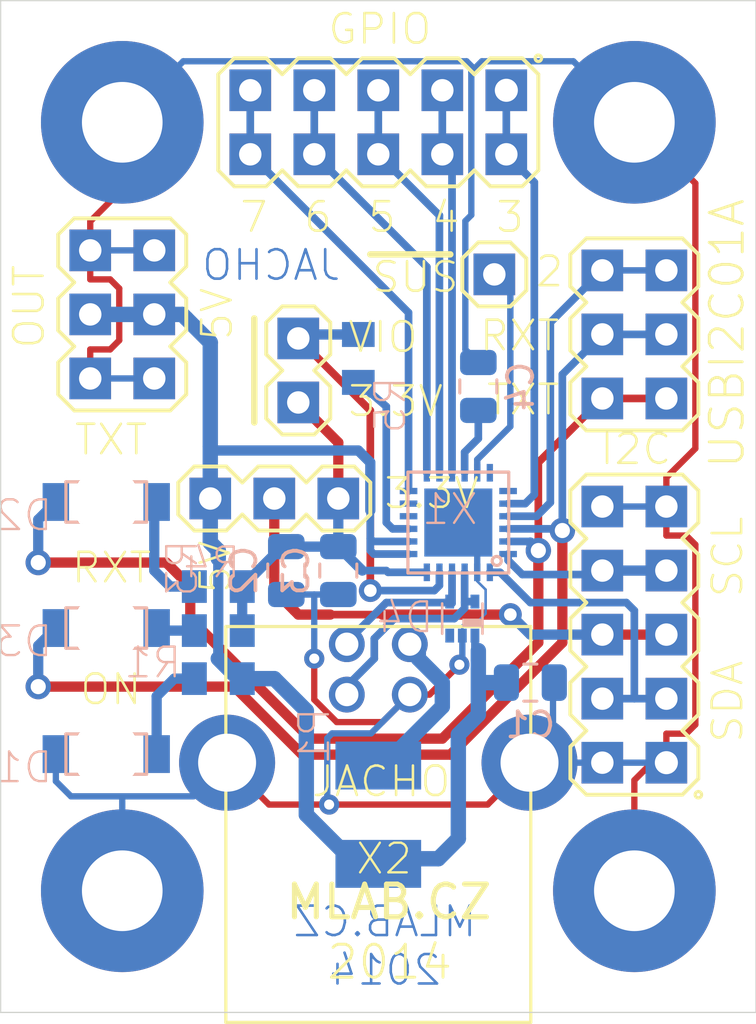
<source format=kicad_pcb>
(kicad_pcb (version 20171130) (host pcbnew "(5.1.12)-1")

  (general
    (thickness 1.6)
    (drawings 35)
    (tracks 278)
    (zones 0)
    (modules 26)
    (nets 27)
  )

  (page A4)
  (title_block
    (rev I2CUSB01A)
    (company MLAB)
  )

  (layers
    (0 F.Cu signal)
    (31 B.Cu signal)
    (32 B.Adhes user hide)
    (33 F.Adhes user hide)
    (34 B.Paste user hide)
    (35 F.Paste user hide)
    (36 B.SilkS user hide)
    (37 F.SilkS user hide)
    (38 B.Mask user hide)
    (39 F.Mask user hide)
    (40 Dwgs.User user hide)
    (41 Cmts.User user hide)
    (42 Eco1.User user hide)
    (43 Eco2.User user hide)
    (44 Edge.Cuts user)
    (45 Margin user hide)
    (46 B.CrtYd user hide)
    (47 F.CrtYd user hide)
    (48 B.Fab user hide)
    (49 F.Fab user hide)
  )

  (setup
    (last_trace_width 0.25)
    (trace_clearance 0.2)
    (zone_clearance 0.508)
    (zone_45_only no)
    (trace_min 0.2)
    (via_size 0.8)
    (via_drill 0.4)
    (via_min_size 0.4)
    (via_min_drill 0.3)
    (uvia_size 0.3)
    (uvia_drill 0.1)
    (uvias_allowed no)
    (uvia_min_size 0.2)
    (uvia_min_drill 0.1)
    (edge_width 0.05)
    (segment_width 0.2)
    (pcb_text_width 0.3)
    (pcb_text_size 1.5 1.5)
    (mod_edge_width 0.12)
    (mod_text_size 1 1)
    (mod_text_width 0.15)
    (pad_size 1.524 1.524)
    (pad_drill 0.762)
    (pad_to_mask_clearance 0.2)
    (aux_axis_origin 0 0)
    (grid_origin 133.5151 125.0696)
    (visible_elements FFFFFF7F)
    (pcbplotparams
      (layerselection 0x010fc_ffffffff)
      (usegerberextensions false)
      (usegerberattributes true)
      (usegerberadvancedattributes true)
      (creategerberjobfile true)
      (excludeedgelayer true)
      (linewidth 0.100000)
      (plotframeref false)
      (viasonmask false)
      (mode 1)
      (useauxorigin false)
      (hpglpennumber 1)
      (hpglpenspeed 20)
      (hpglpendiameter 15.000000)
      (psnegative false)
      (psa4output false)
      (plotreference true)
      (plotvalue true)
      (plotinvisibletext false)
      (padsonsilk false)
      (subtractmaskfromsilk false)
      (outputformat 1)
      (mirror false)
      (drillshape 1)
      (scaleselection 1)
      (outputdirectory ""))
  )

  (net 0 "")
  (net 1 GND)
  (net 2 +3.3V)
  (net 3 +5V)
  (net 4 "Net-(C4-Pad1)")
  (net 5 "Net-(D1-PadA)")
  (net 6 "Net-(D2-PadA)")
  (net 7 "Net-(D2-PadK)")
  (net 8 "Net-(D3-PadA)")
  (net 9 "Net-(P1-Pad1)")
  (net 10 "Net-(R5-Pad1)")
  (net 11 "Net-(R5-Pad2)")
  (net 12 "Net-(SV5-Pad1)")
  (net 13 "Net-(X1-PadP$15)")
  (net 14 "Net-(X1-PadP$14)")
  (net 15 "Net-(X1-PadP$13)")
  (net 16 "Net-(X1-PadP$12)")
  (net 17 "Net-(SV7-Pad1)")
  (net 18 "Net-(D4-Pad4)")
  (net 19 "Net-(D4-Pad5)")
  (net 20 "unconnected-(X1-PadP$11)")
  (net 21 "unconnected-(D4-Pad3)")
  (net 22 "Net-(X1-PadP$22)")
  (net 23 "Net-(X1-PadP$21)")
  (net 24 "Net-(X1-PadP$1)")
  (net 25 "Net-(SV3-Pad2)")
  (net 26 "Net-(X1-PadP$24)")

  (net_class Default "This is the default net class."
    (clearance 0.2)
    (trace_width 0.25)
    (via_dia 0.8)
    (via_drill 0.4)
    (uvia_dia 0.3)
    (uvia_drill 0.1)
    (add_net +3.3V)
    (add_net +5V)
    (add_net GND)
    (add_net "Net-(C4-Pad1)")
    (add_net "Net-(D1-PadA)")
    (add_net "Net-(D2-PadA)")
    (add_net "Net-(D2-PadK)")
    (add_net "Net-(D3-PadA)")
    (add_net "Net-(D4-Pad4)")
    (add_net "Net-(D4-Pad5)")
    (add_net "Net-(P1-Pad1)")
    (add_net "Net-(R5-Pad1)")
    (add_net "Net-(R5-Pad2)")
    (add_net "Net-(SV3-Pad2)")
    (add_net "Net-(SV5-Pad1)")
    (add_net "Net-(SV7-Pad1)")
    (add_net "Net-(X1-PadP$1)")
    (add_net "Net-(X1-PadP$12)")
    (add_net "Net-(X1-PadP$13)")
    (add_net "Net-(X1-PadP$14)")
    (add_net "Net-(X1-PadP$15)")
    (add_net "Net-(X1-PadP$21)")
    (add_net "Net-(X1-PadP$22)")
    (add_net "Net-(X1-PadP$24)")
    (add_net "unconnected-(D4-Pad3)")
    (add_net "unconnected-(X1-PadP$11)")
  )

  (module untitled:SROUB3M (layer F.Cu) (tedit 0) (tstamp 2F291A4B)
    (at 138.341 89.7636)
    (path /475ed8b3-90bf-48cd-bce5-d8f48b689541)
    (fp_text reference X4 (at 0 0) (layer F.SilkS) hide
      (effects (font (size 1.27 1.27) (thickness 0.15)))
    )
    (fp_text value SROUB3M (at 0 0) (layer F.SilkS) hide
      (effects (font (size 1.27 1.27) (thickness 0.15)))
    )
    (pad P$1 thru_hole circle (at 0 0) (size 6.4516 6.4516) (drill 3.2) (layers *.Cu *.Mask)
      (net 1 GND) (solder_mask_margin 0.1016))
  )

  (module untitled:SROUB3M (layer F.Cu) (tedit 0) (tstamp 3D6CDD62)
    (at 138.341 120.244)
    (path /718e5c6d-0e4c-46d8-a149-2f2bfc54c7f1)
    (fp_text reference X3 (at 0 0) (layer F.SilkS) hide
      (effects (font (size 1.27 1.27) (thickness 0.15)))
    )
    (fp_text value SROUB3M (at 0 0) (layer F.SilkS) hide
      (effects (font (size 1.27 1.27) (thickness 0.15)))
    )
    (pad P$1 thru_hole circle (at 0 0) (size 6.4516 6.4516) (drill 3.2) (layers *.Cu *.Mask)
      (net 1 GND) (solder_mask_margin 0.1016))
  )

  (module untitled:MA01-1 (layer F.Cu) (tedit 0) (tstamp 541721D1)
    (at 153.105 95.7961)
    (path /aae6bc05-6036-4fc6-8be7-c70daf5c8932)
    (fp_text reference SV7 (at -1.27 -1.651) (layer F.SilkS) hide
      (effects (font (size 1.143 1.143) (thickness 0.127)) (justify left bottom))
    )
    (fp_text value MA01-1 (at -1.27 2.921) (layer F.Fab)
      (effects (font (size 1.17856 1.17856) (thickness 0.09144)) (justify left))
    )
    (fp_poly (pts (xy -0.254 0.254) (xy 0.254 0.254) (xy 0.254 -0.254) (xy -0.254 -0.254)) (layer F.Fab) (width 0))
    (fp_line (start -1.27 -0.635) (end -1.27 0.635) (layer F.SilkS) (width 0.1524))
    (fp_line (start -1.27 0.635) (end -0.635 1.27) (layer F.SilkS) (width 0.1524))
    (fp_line (start -0.635 -1.27) (end -1.27 -0.635) (layer F.SilkS) (width 0.1524))
    (fp_line (start -0.635 -1.27) (end 0.635 -1.27) (layer F.SilkS) (width 0.1524))
    (fp_line (start 0.635 -1.27) (end 1.27 -0.635) (layer F.SilkS) (width 0.1524))
    (fp_line (start 1.27 0.635) (end 0.635 1.27) (layer F.SilkS) (width 0.1524))
    (fp_line (start 1.27 -0.635) (end 1.27 0.635) (layer F.SilkS) (width 0.1524))
    (fp_line (start 0.635 1.27) (end -0.635 1.27) (layer F.SilkS) (width 0.1524))
    (pad 1 thru_hole rect (at 0 0 90) (size 1.651 1.651) (drill 0.889) (layers *.Cu *.Mask)
      (net 17 "Net-(SV7-Pad1)") (solder_mask_margin 0.1016))
  )

  (module untitled:MA03-2 (layer F.Cu) (tedit 0) (tstamp 6CB93665)
    (at 158.661 98.1774 90)
    (descr "<b>PIN HEADER</b>")
    (path /278a91dc-d57d-4a5c-a045-34b6bd84131f)
    (fp_text reference SV4 (at -3.81 -2.921 90) (layer F.SilkS) hide
      (effects (font (size 1.143 1.143) (thickness 0.127)) (justify left bottom))
    )
    (fp_text value MA03-2 (at -1.27 4.191 90) (layer F.Fab)
      (effects (font (size 1.17856 1.17856) (thickness 0.09144)) (justify left))
    )
    (fp_poly (pts (xy 2.286 -1.016) (xy 2.794 -1.016) (xy 2.794 -1.524) (xy 2.286 -1.524)) (layer F.Fab) (width 0))
    (fp_poly (pts (xy -0.254 1.524) (xy 0.254 1.524) (xy 0.254 1.016) (xy -0.254 1.016)) (layer F.Fab) (width 0))
    (fp_poly (pts (xy -2.794 1.524) (xy -2.286 1.524) (xy -2.286 1.016) (xy -2.794 1.016)) (layer F.Fab) (width 0))
    (fp_poly (pts (xy -0.254 -1.016) (xy 0.254 -1.016) (xy 0.254 -1.524) (xy -0.254 -1.524)) (layer F.Fab) (width 0))
    (fp_poly (pts (xy 2.286 1.524) (xy 2.794 1.524) (xy 2.794 1.016) (xy 2.286 1.016)) (layer F.Fab) (width 0))
    (fp_poly (pts (xy -2.794 -1.016) (xy -2.286 -1.016) (xy -2.286 -1.524) (xy -2.794 -1.524)) (layer F.Fab) (width 0))
    (fp_line (start -3.175 -2.54) (end -1.905 -2.54) (layer F.SilkS) (width 0.1524))
    (fp_line (start -3.81 -1.905) (end -3.81 1.905) (layer F.SilkS) (width 0.1524))
    (fp_line (start -1.27 1.905) (end -1.905 2.54) (layer F.SilkS) (width 0.1524))
    (fp_line (start -1.27 -1.905) (end -0.635 -2.54) (layer F.SilkS) (width 0.1524))
    (fp_line (start 3.81 1.905) (end 3.175 2.54) (layer F.SilkS) (width 0.1524))
    (fp_line (start 3.81 -1.905) (end 3.81 1.905) (layer F.SilkS) (width 0.1524))
    (fp_line (start -0.635 2.54) (end -1.27 1.905) (layer F.SilkS) (width 0.1524))
    (fp_line (start -1.905 2.54) (end -3.175 2.54) (layer F.SilkS) (width 0.1524))
    (fp_line (start 1.27 -1.905) (end 1.905 -2.54) (layer F.SilkS) (width 0.1524))
    (fp_line (start 1.905 2.54) (end 1.27 1.905) (layer F.SilkS) (width 0.1524))
    (fp_line (start -3.81 1.905) (end -3.175 2.54) (layer F.SilkS) (width 0.1524))
    (fp_line (start 1.905 -2.54) (end 3.175 -2.54) (layer F.SilkS) (width 0.1524))
    (fp_line (start -0.635 -2.54) (end 0.635 -2.54) (layer F.SilkS) (width 0.1524))
    (fp_line (start 3.175 -2.54) (end 3.81 -1.905) (layer F.SilkS) (width 0.1524))
    (fp_line (start 3.175 2.54) (end 1.905 2.54) (layer F.SilkS) (width 0.1524))
    (fp_line (start 1.27 1.905) (end 0.635 2.54) (layer F.SilkS) (width 0.1524))
    (fp_line (start -3.175 -2.54) (end -3.81 -1.905) (layer F.SilkS) (width 0.1524))
    (fp_line (start 0.635 -2.54) (end 1.27 -1.905) (layer F.SilkS) (width 0.1524))
    (fp_line (start -1.905 -2.54) (end -1.27 -1.905) (layer F.SilkS) (width 0.1524))
    (fp_line (start 0.635 2.54) (end -0.635 2.54) (layer F.SilkS) (width 0.1524))
    (pad 1 thru_hole rect (at -2.54 1.27 90) (size 1.651 1.651) (drill 0.889) (layers *.Cu *.Mask)
      (net 7 "Net-(D2-PadK)") (solder_mask_margin 0.1016))
    (pad 2 thru_hole rect (at -2.54 -1.27 90) (size 1.651 1.651) (drill 0.889) (layers *.Cu *.Mask)
      (net 7 "Net-(D2-PadK)") (solder_mask_margin 0.1016))
    (pad 3 thru_hole rect (at 0 1.27 90) (size 1.651 1.651) (drill 0.889) (layers *.Cu *.Mask)
      (net 22 "Net-(X1-PadP$22)") (solder_mask_margin 0.1016))
    (pad 4 thru_hole rect (at 0 -1.27 90) (size 1.651 1.651) (drill 0.889) (layers *.Cu *.Mask)
      (net 22 "Net-(X1-PadP$22)") (solder_mask_margin 0.1016))
    (pad 5 thru_hole rect (at 2.54 1.27 90) (size 1.651 1.651) (drill 0.889) (layers *.Cu *.Mask)
      (net 23 "Net-(X1-PadP$21)") (solder_mask_margin 0.1016))
    (pad 6 thru_hole rect (at 2.54 -1.27 90) (size 1.651 1.651) (drill 0.889) (layers *.Cu *.Mask)
      (net 23 "Net-(X1-PadP$21)") (solder_mask_margin 0.1016))
  )

  (module untitled:SROUB3M (layer F.Cu) (tedit 0) (tstamp 71F8D568)
    (at 158.661 89.7636)
    (path /051b8cb0-ae77-4e09-98a7-bf2103319e66)
    (fp_text reference X6 (at 0 0) (layer F.SilkS) hide
      (effects (font (size 1.27 1.27) (thickness 0.15)))
    )
    (fp_text value SROUB3M (at 0 0) (layer F.SilkS) hide
      (effects (font (size 1.27 1.27) (thickness 0.15)))
    )
    (pad P$1 thru_hole circle (at 0 0) (size 6.4516 6.4516) (drill 3.2) (layers *.Cu *.Mask)
      (net 1 GND) (solder_mask_margin 0.1016))
  )

  (module untitled:MA03-1 (layer F.Cu) (tedit 0) (tstamp 7FFFFFFF)
    (at 144.374 104.686 180)
    (descr "<b>PIN HEADER</b>")
    (path /3bca658b-a598-4669-a7cb-3f9b5f47bb5a)
    (fp_text reference SV3 (at -3.81 -1.651 180) (layer F.SilkS) hide
      (effects (font (size 1.143 1.143) (thickness 0.127)) (justify right top))
    )
    (fp_text value MA03-1 (at -3.81 2.921) (layer F.Fab)
      (effects (font (size 1.17856 1.17856) (thickness 0.09144)) (justify right))
    )
    (fp_poly (pts (xy 2.286 0.254) (xy 2.794 0.254) (xy 2.794 -0.254) (xy 2.286 -0.254)) (layer F.Fab) (width 0))
    (fp_poly (pts (xy -2.794 0.254) (xy -2.286 0.254) (xy -2.286 -0.254) (xy -2.794 -0.254)) (layer F.Fab) (width 0))
    (fp_poly (pts (xy -0.254 0.254) (xy 0.254 0.254) (xy 0.254 -0.254) (xy -0.254 -0.254)) (layer F.SilkS) (width 0))
    (fp_line (start -3.175 -1.27) (end -1.905 -1.27) (layer F.SilkS) (width 0.1524))
    (fp_line (start 1.905 -1.27) (end 3.175 -1.27) (layer F.SilkS) (width 0.1524))
    (fp_line (start -1.905 1.27) (end -3.175 1.27) (layer F.SilkS) (width 0.1524))
    (fp_line (start -3.81 0.635) (end -3.175 1.27) (layer F.SilkS) (width 0.1524))
    (fp_line (start 3.81 0.635) (end 3.175 1.27) (layer F.SilkS) (width 0.1524))
    (fp_line (start -1.27 -0.635) (end -0.635 -1.27) (layer F.SilkS) (width 0.1524))
    (fp_line (start -1.27 0.635) (end -1.905 1.27) (layer F.SilkS) (width 0.1524))
    (fp_line (start -3.81 -0.635) (end -3.81 0.635) (layer F.SilkS) (width 0.1524))
    (fp_line (start -1.905 -1.27) (end -1.27 -0.635) (layer F.SilkS) (width 0.1524))
    (fp_line (start 0.635 1.27) (end -0.635 1.27) (layer F.SilkS) (width 0.1524))
    (fp_line (start 3.175 1.27) (end 1.905 1.27) (layer F.SilkS) (width 0.1524))
    (fp_line (start -0.635 1.27) (end -1.27 0.635) (layer F.SilkS) (width 0.1524))
    (fp_line (start 1.27 -0.635) (end 1.905 -1.27) (layer F.SilkS) (width 0.1524))
    (fp_line (start 3.81 -0.635) (end 3.81 0.635) (layer F.SilkS) (width 0.1524))
    (fp_line (start 0.635 -1.27) (end 1.27 -0.635) (layer F.SilkS) (width 0.1524))
    (fp_line (start 1.905 1.27) (end 1.27 0.635) (layer F.SilkS) (width 0.1524))
    (fp_line (start -0.635 -1.27) (end 0.635 -1.27) (layer F.SilkS) (width 0.1524))
    (fp_line (start -3.175 -1.27) (end -3.81 -0.635) (layer F.SilkS) (width 0.1524))
    (fp_line (start 3.175 -1.27) (end 3.81 -0.635) (layer F.SilkS) (width 0.1524))
    (fp_line (start 1.27 0.635) (end 0.635 1.27) (layer F.SilkS) (width 0.1524))
    (pad 1 thru_hole rect (at -2.54 0 270) (size 1.651 1.651) (drill 0.889) (layers *.Cu *.Mask)
      (net 2 +3.3V) (solder_mask_margin 0.1016))
    (pad 2 thru_hole rect (at 0 0 270) (size 1.651 1.651) (drill 0.889) (layers *.Cu *.Mask)
      (net 25 "Net-(SV3-Pad2)") (solder_mask_margin 0.1016))
    (pad 3 thru_hole rect (at 2.54 0 270) (size 1.651 1.651) (drill 0.889) (layers *.Cu *.Mask)
      (net 3 +5V) (solder_mask_margin 0.1016))
  )

  (module untitled:MA03-2 (layer F.Cu) (tedit 0) (tstamp 7FFFFFFF)
    (at 138.341 97.3836 90)
    (descr "<b>PIN HEADER</b>")
    (path /73ee7e03-97a8-4121-b568-c25f3934a935)
    (fp_text reference SV6 (at -3.81 -2.921 90) (layer F.SilkS) hide
      (effects (font (size 1.143 1.143) (thickness 0.127)) (justify left bottom))
    )
    (fp_text value MA03-2 (at -1.27 4.191 90) (layer F.Fab)
      (effects (font (size 1.17856 1.17856) (thickness 0.09144)) (justify left))
    )
    (fp_poly (pts (xy -2.794 -1.016) (xy -2.286 -1.016) (xy -2.286 -1.524) (xy -2.794 -1.524)) (layer F.Fab) (width 0))
    (fp_poly (pts (xy -2.794 1.524) (xy -2.286 1.524) (xy -2.286 1.016) (xy -2.794 1.016)) (layer F.Fab) (width 0))
    (fp_poly (pts (xy -0.254 -1.016) (xy 0.254 -1.016) (xy 0.254 -1.524) (xy -0.254 -1.524)) (layer F.Fab) (width 0))
    (fp_poly (pts (xy 2.286 -1.016) (xy 2.794 -1.016) (xy 2.794 -1.524) (xy 2.286 -1.524)) (layer F.Fab) (width 0))
    (fp_poly (pts (xy 2.286 1.524) (xy 2.794 1.524) (xy 2.794 1.016) (xy 2.286 1.016)) (layer F.Fab) (width 0))
    (fp_poly (pts (xy -0.254 1.524) (xy 0.254 1.524) (xy 0.254 1.016) (xy -0.254 1.016)) (layer F.Fab) (width 0))
    (fp_line (start -1.905 -2.54) (end -1.27 -1.905) (layer F.SilkS) (width 0.1524))
    (fp_line (start -3.175 -2.54) (end -1.905 -2.54) (layer F.SilkS) (width 0.1524))
    (fp_line (start -1.27 -1.905) (end -0.635 -2.54) (layer F.SilkS) (width 0.1524))
    (fp_line (start -0.635 2.54) (end -1.27 1.905) (layer F.SilkS) (width 0.1524))
    (fp_line (start 1.905 2.54) (end 1.27 1.905) (layer F.SilkS) (width 0.1524))
    (fp_line (start -3.175 -2.54) (end -3.81 -1.905) (layer F.SilkS) (width 0.1524))
    (fp_line (start 3.81 -1.905) (end 3.81 1.905) (layer F.SilkS) (width 0.1524))
    (fp_line (start 1.905 -2.54) (end 3.175 -2.54) (layer F.SilkS) (width 0.1524))
    (fp_line (start 0.635 -2.54) (end 1.27 -1.905) (layer F.SilkS) (width 0.1524))
    (fp_line (start 1.27 1.905) (end 0.635 2.54) (layer F.SilkS) (width 0.1524))
    (fp_line (start 3.175 -2.54) (end 3.81 -1.905) (layer F.SilkS) (width 0.1524))
    (fp_line (start 0.635 2.54) (end -0.635 2.54) (layer F.SilkS) (width 0.1524))
    (fp_line (start -0.635 -2.54) (end 0.635 -2.54) (layer F.SilkS) (width 0.1524))
    (fp_line (start -3.81 1.905) (end -3.175 2.54) (layer F.SilkS) (width 0.1524))
    (fp_line (start 3.175 2.54) (end 1.905 2.54) (layer F.SilkS) (width 0.1524))
    (fp_line (start 3.81 1.905) (end 3.175 2.54) (layer F.SilkS) (width 0.1524))
    (fp_line (start -1.905 2.54) (end -3.175 2.54) (layer F.SilkS) (width 0.1524))
    (fp_line (start 1.27 -1.905) (end 1.905 -2.54) (layer F.SilkS) (width 0.1524))
    (fp_line (start -1.27 1.905) (end -1.905 2.54) (layer F.SilkS) (width 0.1524))
    (fp_line (start -3.81 -1.905) (end -3.81 1.905) (layer F.SilkS) (width 0.1524))
    (pad 1 thru_hole rect (at -2.54 1.27 90) (size 1.651 1.651) (drill 0.889) (layers *.Cu *.Mask)
      (net 1 GND) (solder_mask_margin 0.1016))
    (pad 2 thru_hole rect (at -2.54 -1.27 90) (size 1.651 1.651) (drill 0.889) (layers *.Cu *.Mask)
      (net 1 GND) (solder_mask_margin 0.1016))
    (pad 3 thru_hole rect (at 0 1.27 90) (size 1.651 1.651) (drill 0.889) (layers *.Cu *.Mask)
      (net 3 +5V) (solder_mask_margin 0.1016))
    (pad 4 thru_hole rect (at 0 -1.27 90) (size 1.651 1.651) (drill 0.889) (layers *.Cu *.Mask)
      (net 3 +5V) (solder_mask_margin 0.1016))
    (pad 5 thru_hole rect (at 2.54 1.27 90) (size 1.651 1.651) (drill 0.889) (layers *.Cu *.Mask)
      (net 1 GND) (solder_mask_margin 0.1016))
    (pad 6 thru_hole rect (at 2.54 -1.27 90) (size 1.651 1.651) (drill 0.889) (layers *.Cu *.Mask)
      (net 1 GND) (solder_mask_margin 0.1016))
  )

  (module untitled:MA05-2 (layer F.Cu) (tedit 0) (tstamp 7FFFFFFF)
    (at 158.661 110.084 90)
    (descr "<b>PIN HEADER</b>")
    (path /63489ebf-0f52-43a6-a0ab-158b1a7d4988)
    (fp_text reference SV2 (at -6.35 -2.921 90) (layer F.SilkS) hide
      (effects (font (size 1.143 1.143) (thickness 0.127)) (justify left bottom))
    )
    (fp_text value MA05-2 (at 0 4.191 90) (layer F.Fab)
      (effects (font (size 1.17856 1.17856) (thickness 0.09144)) (justify left))
    )
    (fp_poly (pts (xy -2.794 1.524) (xy -2.286 1.524) (xy -2.286 1.016) (xy -2.794 1.016)) (layer F.Fab) (width 0))
    (fp_poly (pts (xy -5.334 1.524) (xy -4.826 1.524) (xy -4.826 1.016) (xy -5.334 1.016)) (layer F.Fab) (width 0))
    (fp_poly (pts (xy 4.826 -1.016) (xy 5.334 -1.016) (xy 5.334 -1.524) (xy 4.826 -1.524)) (layer F.Fab) (width 0))
    (fp_poly (pts (xy -5.334 -1.016) (xy -4.826 -1.016) (xy -4.826 -1.524) (xy -5.334 -1.524)) (layer F.Fab) (width 0))
    (fp_poly (pts (xy 2.286 1.524) (xy 2.794 1.524) (xy 2.794 1.016) (xy 2.286 1.016)) (layer F.Fab) (width 0))
    (fp_poly (pts (xy -2.794 -1.016) (xy -2.286 -1.016) (xy -2.286 -1.524) (xy -2.794 -1.524)) (layer F.Fab) (width 0))
    (fp_poly (pts (xy -0.254 -1.016) (xy 0.254 -1.016) (xy 0.254 -1.524) (xy -0.254 -1.524)) (layer F.Fab) (width 0))
    (fp_poly (pts (xy 4.826 1.524) (xy 5.334 1.524) (xy 5.334 1.016) (xy 4.826 1.016)) (layer F.Fab) (width 0))
    (fp_poly (pts (xy 2.286 -1.016) (xy 2.794 -1.016) (xy 2.794 -1.524) (xy 2.286 -1.524)) (layer F.Fab) (width 0))
    (fp_poly (pts (xy -0.254 1.524) (xy 0.254 1.524) (xy 0.254 1.016) (xy -0.254 1.016)) (layer F.Fab) (width 0))
    (fp_circle (center -6.35 2.54) (end -6.223 2.54) (layer F.SilkS) (width 0.127))
    (fp_line (start 3.81 1.905) (end 3.175 2.54) (layer F.SilkS) (width 0.1524))
    (fp_line (start -0.635 -2.54) (end 0.635 -2.54) (layer F.SilkS) (width 0.1524))
    (fp_line (start -0.635 2.54) (end -1.27 1.905) (layer F.SilkS) (width 0.1524))
    (fp_line (start 1.905 -2.54) (end 3.175 -2.54) (layer F.SilkS) (width 0.1524))
    (fp_line (start -5.715 -2.54) (end -4.445 -2.54) (layer F.SilkS) (width 0.1524))
    (fp_line (start 4.445 2.54) (end 3.81 1.905) (layer F.SilkS) (width 0.1524))
    (fp_line (start -3.81 1.905) (end -4.445 2.54) (layer F.SilkS) (width 0.1524))
    (fp_line (start -6.35 -1.905) (end -6.35 1.905) (layer F.SilkS) (width 0.1524))
    (fp_line (start 6.35 1.905) (end 5.715 2.54) (layer F.SilkS) (width 0.1524))
    (fp_line (start 4.445 -2.54) (end 5.715 -2.54) (layer F.SilkS) (width 0.1524))
    (fp_line (start 1.905 -2.54) (end 1.27 -1.905) (layer F.SilkS) (width 0.1524))
    (fp_line (start -3.175 -2.54) (end -1.905 -2.54) (layer F.SilkS) (width 0.1524))
    (fp_line (start -1.905 2.54) (end -3.175 2.54) (layer F.SilkS) (width 0.1524))
    (fp_line (start 5.715 -2.54) (end 6.35 -1.905) (layer F.SilkS) (width 0.1524))
    (fp_line (start 0.635 -2.54) (end 1.27 -1.905) (layer F.SilkS) (width 0.1524))
    (fp_line (start 0.635 2.54) (end -0.635 2.54) (layer F.SilkS) (width 0.1524))
    (fp_line (start -6.35 1.905) (end -5.715 2.54) (layer F.SilkS) (width 0.1524))
    (fp_line (start -4.445 2.54) (end -5.715 2.54) (layer F.SilkS) (width 0.1524))
    (fp_line (start -4.445 -2.54) (end -3.81 -1.905) (layer F.SilkS) (width 0.1524))
    (fp_line (start -3.175 2.54) (end -3.81 1.905) (layer F.SilkS) (width 0.1524))
    (fp_line (start -1.905 -2.54) (end -1.27 -1.905) (layer F.SilkS) (width 0.1524))
    (fp_line (start -1.27 -1.905) (end -0.635 -2.54) (layer F.SilkS) (width 0.1524))
    (fp_line (start -1.27 1.905) (end -1.905 2.54) (layer F.SilkS) (width 0.1524))
    (fp_line (start 1.27 1.905) (end 0.635 2.54) (layer F.SilkS) (width 0.1524))
    (fp_line (start 3.175 2.54) (end 1.905 2.54) (layer F.SilkS) (width 0.1524))
    (fp_line (start 3.81 -1.905) (end 4.445 -2.54) (layer F.SilkS) (width 0.1524))
    (fp_line (start 5.715 2.54) (end 4.445 2.54) (layer F.SilkS) (width 0.1524))
    (fp_line (start 6.35 -1.905) (end 6.35 1.905) (layer F.SilkS) (width 0.1524))
    (fp_line (start -5.715 -2.54) (end -6.35 -1.905) (layer F.SilkS) (width 0.1524))
    (fp_line (start 1.27 1.905) (end 1.905 2.54) (layer F.SilkS) (width 0.1524))
    (fp_line (start -3.81 -1.905) (end -3.175 -2.54) (layer F.SilkS) (width 0.1524))
    (fp_line (start 3.175 -2.54) (end 3.81 -1.905) (layer F.SilkS) (width 0.1524))
    (pad 1 thru_hole rect (at -5.08 1.27 90) (size 1.651 1.651) (drill 0.9144) (layers *.Cu *.Mask)
      (net 1 GND) (solder_mask_margin 0.1016))
    (pad 2 thru_hole rect (at -5.08 -1.27 90) (size 1.651 1.651) (drill 0.889) (layers *.Cu *.Mask)
      (net 1 GND) (solder_mask_margin 0.1016))
    (pad 3 thru_hole rect (at -2.54 1.27 90) (size 1.651 1.651) (drill 0.889) (layers *.Cu *.Mask)
      (net 24 "Net-(X1-PadP$1)") (solder_mask_margin 0.1016))
    (pad 4 thru_hole rect (at -2.54 -1.27 90) (size 1.651 1.651) (drill 0.889) (layers *.Cu *.Mask)
      (net 24 "Net-(X1-PadP$1)") (solder_mask_margin 0.1016))
    (pad 5 thru_hole rect (at 0 1.27 90) (size 1.651 1.651) (drill 0.889) (layers *.Cu *.Mask)
      (net 25 "Net-(SV3-Pad2)") (solder_mask_margin 0.1016))
    (pad 6 thru_hole rect (at 0 -1.27 90) (size 1.651 1.651) (drill 0.889) (layers *.Cu *.Mask)
      (net 25 "Net-(SV3-Pad2)") (solder_mask_margin 0.1016))
    (pad 7 thru_hole rect (at 2.54 1.27 90) (size 1.651 1.651) (drill 0.889) (layers *.Cu *.Mask)
      (net 26 "Net-(X1-PadP$24)") (solder_mask_margin 0.1016))
    (pad 8 thru_hole rect (at 2.54 -1.27 90) (size 1.651 1.651) (drill 0.889) (layers *.Cu *.Mask)
      (net 26 "Net-(X1-PadP$24)") (solder_mask_margin 0.1016))
    (pad 9 thru_hole rect (at 5.08 1.27 90) (size 1.651 1.651) (drill 0.889) (layers *.Cu *.Mask)
      (net 1 GND) (solder_mask_margin 0.1016))
    (pad 10 thru_hole rect (at 5.08 -1.27 90) (size 1.651 1.651) (drill 0.889) (layers *.Cu *.Mask)
      (net 1 GND) (solder_mask_margin 0.1016))
  )

  (module untitled:SROUB3M (layer F.Cu) (tedit 0) (tstamp 7FFFFFFF)
    (at 158.661 120.244)
    (path /083becc8-e25d-4206-9636-55457650bbe3)
    (fp_text reference X5 (at 0 0) (layer F.SilkS) hide
      (effects (font (size 1.27 1.27) (thickness 0.15)))
    )
    (fp_text value SROUB3M (at 0 0) (layer F.SilkS) hide
      (effects (font (size 1.27 1.27) (thickness 0.15)))
    )
    (pad P$1 thru_hole circle (at 0 0) (size 6.4516 6.4516) (drill 3.2) (layers *.Cu *.Mask)
      (net 1 GND) (solder_mask_margin 0.1016))
  )

  (module untitled:MA05-2 (layer F.Cu) (tedit 0) (tstamp 7FFFFFFF)
    (at 148.501 89.7636 180)
    (descr "<b>PIN HEADER</b>")
    (path /9c2999b2-1cf1-4204-9d23-243401b77aa3)
    (fp_text reference SV5 (at -6.35 -2.921 180) (layer F.SilkS) hide
      (effects (font (size 1.143 1.143) (thickness 0.127)) (justify right top))
    )
    (fp_text value MA05-2 (at 0 4.191) (layer F.Fab)
      (effects (font (size 1.17856 1.17856) (thickness 0.09144)) (justify right))
    )
    (fp_poly (pts (xy -2.794 1.524) (xy -2.286 1.524) (xy -2.286 1.016) (xy -2.794 1.016)) (layer F.Fab) (width 0))
    (fp_poly (pts (xy -5.334 1.524) (xy -4.826 1.524) (xy -4.826 1.016) (xy -5.334 1.016)) (layer F.Fab) (width 0))
    (fp_poly (pts (xy -0.254 1.524) (xy 0.254 1.524) (xy 0.254 1.016) (xy -0.254 1.016)) (layer F.Fab) (width 0))
    (fp_poly (pts (xy -2.794 -1.016) (xy -2.286 -1.016) (xy -2.286 -1.524) (xy -2.794 -1.524)) (layer F.Fab) (width 0))
    (fp_poly (pts (xy 4.826 1.524) (xy 5.334 1.524) (xy 5.334 1.016) (xy 4.826 1.016)) (layer F.Fab) (width 0))
    (fp_poly (pts (xy -0.254 -1.016) (xy 0.254 -1.016) (xy 0.254 -1.524) (xy -0.254 -1.524)) (layer F.Fab) (width 0))
    (fp_poly (pts (xy -5.334 -1.016) (xy -4.826 -1.016) (xy -4.826 -1.524) (xy -5.334 -1.524)) (layer F.Fab) (width 0))
    (fp_poly (pts (xy 4.826 -1.016) (xy 5.334 -1.016) (xy 5.334 -1.524) (xy 4.826 -1.524)) (layer F.Fab) (width 0))
    (fp_poly (pts (xy 2.286 1.524) (xy 2.794 1.524) (xy 2.794 1.016) (xy 2.286 1.016)) (layer F.Fab) (width 0))
    (fp_poly (pts (xy 2.286 -1.016) (xy 2.794 -1.016) (xy 2.794 -1.524) (xy 2.286 -1.524)) (layer F.Fab) (width 0))
    (fp_circle (center -6.35 2.54) (end -6.223 2.54) (layer F.SilkS) (width 0.127))
    (fp_line (start 1.27 1.905) (end 1.905 2.54) (layer F.SilkS) (width 0.1524))
    (fp_line (start -4.445 2.54) (end -5.715 2.54) (layer F.SilkS) (width 0.1524))
    (fp_line (start -3.175 -2.54) (end -1.905 -2.54) (layer F.SilkS) (width 0.1524))
    (fp_line (start 3.175 2.54) (end 1.905 2.54) (layer F.SilkS) (width 0.1524))
    (fp_line (start -1.905 2.54) (end -3.175 2.54) (layer F.SilkS) (width 0.1524))
    (fp_line (start -0.635 -2.54) (end 0.635 -2.54) (layer F.SilkS) (width 0.1524))
    (fp_line (start -4.445 -2.54) (end -3.81 -1.905) (layer F.SilkS) (width 0.1524))
    (fp_line (start 3.81 1.905) (end 3.175 2.54) (layer F.SilkS) (width 0.1524))
    (fp_line (start 3.175 -2.54) (end 3.81 -1.905) (layer F.SilkS) (width 0.1524))
    (fp_line (start 1.27 1.905) (end 0.635 2.54) (layer F.SilkS) (width 0.1524))
    (fp_line (start 0.635 2.54) (end -0.635 2.54) (layer F.SilkS) (width 0.1524))
    (fp_line (start 3.81 -1.905) (end 4.445 -2.54) (layer F.SilkS) (width 0.1524))
    (fp_line (start 6.35 1.905) (end 5.715 2.54) (layer F.SilkS) (width 0.1524))
    (fp_line (start 0.635 -2.54) (end 1.27 -1.905) (layer F.SilkS) (width 0.1524))
    (fp_line (start -6.35 -1.905) (end -6.35 1.905) (layer F.SilkS) (width 0.1524))
    (fp_line (start -3.175 2.54) (end -3.81 1.905) (layer F.SilkS) (width 0.1524))
    (fp_line (start 4.445 -2.54) (end 5.715 -2.54) (layer F.SilkS) (width 0.1524))
    (fp_line (start -3.81 -1.905) (end -3.175 -2.54) (layer F.SilkS) (width 0.1524))
    (fp_line (start -1.27 -1.905) (end -0.635 -2.54) (layer F.SilkS) (width 0.1524))
    (fp_line (start 4.445 2.54) (end 3.81 1.905) (layer F.SilkS) (width 0.1524))
    (fp_line (start 6.35 -1.905) (end 6.35 1.905) (layer F.SilkS) (width 0.1524))
    (fp_line (start 1.905 -2.54) (end 3.175 -2.54) (layer F.SilkS) (width 0.1524))
    (fp_line (start -5.715 -2.54) (end -4.445 -2.54) (layer F.SilkS) (width 0.1524))
    (fp_line (start 5.715 2.54) (end 4.445 2.54) (layer F.SilkS) (width 0.1524))
    (fp_line (start -6.35 1.905) (end -5.715 2.54) (layer F.SilkS) (width 0.1524))
    (fp_line (start -3.81 1.905) (end -4.445 2.54) (layer F.SilkS) (width 0.1524))
    (fp_line (start -1.905 -2.54) (end -1.27 -1.905) (layer F.SilkS) (width 0.1524))
    (fp_line (start -5.715 -2.54) (end -6.35 -1.905) (layer F.SilkS) (width 0.1524))
    (fp_line (start 1.905 -2.54) (end 1.27 -1.905) (layer F.SilkS) (width 0.1524))
    (fp_line (start -0.635 2.54) (end -1.27 1.905) (layer F.SilkS) (width 0.1524))
    (fp_line (start 5.715 -2.54) (end 6.35 -1.905) (layer F.SilkS) (width 0.1524))
    (fp_line (start -1.27 1.905) (end -1.905 2.54) (layer F.SilkS) (width 0.1524))
    (pad 1 thru_hole rect (at -5.08 1.27 180) (size 1.651 1.651) (drill 0.9144) (layers *.Cu *.Mask)
      (net 12 "Net-(SV5-Pad1)") (solder_mask_margin 0.1016))
    (pad 2 thru_hole rect (at -5.08 -1.27 180) (size 1.651 1.651) (drill 0.889) (layers *.Cu *.Mask)
      (net 12 "Net-(SV5-Pad1)") (solder_mask_margin 0.1016))
    (pad 3 thru_hole rect (at -2.54 1.27 180) (size 1.651 1.651) (drill 0.889) (layers *.Cu *.Mask)
      (net 13 "Net-(X1-PadP$15)") (solder_mask_margin 0.1016))
    (pad 4 thru_hole rect (at -2.54 -1.27 180) (size 1.651 1.651) (drill 0.889) (layers *.Cu *.Mask)
      (net 13 "Net-(X1-PadP$15)") (solder_mask_margin 0.1016))
    (pad 5 thru_hole rect (at 0 1.27 180) (size 1.651 1.651) (drill 0.889) (layers *.Cu *.Mask)
      (net 14 "Net-(X1-PadP$14)") (solder_mask_margin 0.1016))
    (pad 6 thru_hole rect (at 0 -1.27 180) (size 1.651 1.651) (drill 0.889) (layers *.Cu *.Mask)
      (net 14 "Net-(X1-PadP$14)") (solder_mask_margin 0.1016))
    (pad 7 thru_hole rect (at 2.54 1.27 180) (size 1.651 1.651) (drill 0.889) (layers *.Cu *.Mask)
      (net 15 "Net-(X1-PadP$13)") (solder_mask_margin 0.1016))
    (pad 8 thru_hole rect (at 2.54 -1.27 180) (size 1.651 1.651) (drill 0.889) (layers *.Cu *.Mask)
      (net 15 "Net-(X1-PadP$13)") (solder_mask_margin 0.1016))
    (pad 9 thru_hole rect (at 5.08 1.27 180) (size 1.651 1.651) (drill 0.889) (layers *.Cu *.Mask)
      (net 16 "Net-(X1-PadP$12)") (solder_mask_margin 0.1016))
    (pad 10 thru_hole rect (at 5.08 -1.27 180) (size 1.651 1.651) (drill 0.889) (layers *.Cu *.Mask)
      (net 16 "Net-(X1-PadP$12)") (solder_mask_margin 0.1016))
  )

  (module untitled:MA02-1 (layer F.Cu) (tedit 0) (tstamp 7FFFFFFF)
    (at 145.326 99.6061 90)
    (path /49575217-40b0-4890-8acf-12982cca52b5)
    (fp_text reference SV1 (at -2.54 -1.651 90) (layer F.SilkS) hide
      (effects (font (size 1.143 1.143) (thickness 0.127)) (justify left bottom))
    )
    (fp_text value MA02-1 (at -2.54 2.921 90) (layer F.Fab) hide
      (effects (font (size 1.143 1.143) (thickness 0.127)) (justify left bottom))
    )
    (fp_poly (pts (xy -1.524 0.254) (xy -1.016 0.254) (xy -1.016 -0.254) (xy -1.524 -0.254)) (layer F.Fab) (width 0))
    (fp_poly (pts (xy 1.016 0.254) (xy 1.524 0.254) (xy 1.524 -0.254) (xy 1.016 -0.254)) (layer F.SilkS) (width 0))
    (fp_line (start -1.905 -1.27) (end -2.54 -0.635) (layer F.SilkS) (width 0.1524))
    (fp_line (start -0.635 1.27) (end -1.905 1.27) (layer F.SilkS) (width 0.1524))
    (fp_line (start 0 -0.635) (end 0.635 -1.27) (layer F.SilkS) (width 0.1524))
    (fp_line (start 0.635 1.27) (end 0 0.635) (layer F.SilkS) (width 0.1524))
    (fp_line (start 0.635 -1.27) (end 1.905 -1.27) (layer F.SilkS) (width 0.1524))
    (fp_line (start -1.905 -1.27) (end -0.635 -1.27) (layer F.SilkS) (width 0.1524))
    (fp_line (start 1.905 1.27) (end 0.635 1.27) (layer F.SilkS) (width 0.1524))
    (fp_line (start 2.54 -0.635) (end 2.54 0.635) (layer F.SilkS) (width 0.1524))
    (fp_line (start 2.54 0.635) (end 1.905 1.27) (layer F.SilkS) (width 0.1524))
    (fp_line (start 1.905 -1.27) (end 2.54 -0.635) (layer F.SilkS) (width 0.1524))
    (fp_line (start 0 0.635) (end -0.635 1.27) (layer F.SilkS) (width 0.1524))
    (fp_line (start -2.54 0.635) (end -1.905 1.27) (layer F.SilkS) (width 0.1524))
    (fp_line (start -0.635 -1.27) (end 0 -0.635) (layer F.SilkS) (width 0.1524))
    (fp_line (start -2.54 -0.635) (end -2.54 0.635) (layer F.SilkS) (width 0.1524))
    (pad 1 thru_hole rect (at -1.27 0 180) (size 1.651 1.651) (drill 0.889) (layers *.Cu *.Mask)
      (net 2 +3.3V) (solder_mask_margin 0.1016))
    (pad 2 thru_hole rect (at 1.27 0 180) (size 1.651 1.651) (drill 0.889) (layers *.Cu *.Mask)
      (net 11 "Net-(R5-Pad2)") (solder_mask_margin 0.1016))
  )

  (module untitled:USB_B (layer F.Cu) (tedit 0) (tstamp 7FFFFFFF)
    (at 148.501 115.164)
    (descr "USB_B    USB8317-04")
    (path /0a1a4d88-972a-46ce-b25e-6cb796bd41f7)
    (fp_text reference X2 (at -0.9525 3.81) (layer F.SilkS)
      (effects (font (size 1.176528 1.176528) (thickness 0.093472)) (justify left))
    )
    (fp_text value USB_B (at -3.81 7.62) (layer F.Fab)
      (effects (font (size 1.176528 1.176528) (thickness 0.093472)) (justify left))
    )
    (fp_line (start -6.05 10.3) (end 6.05 10.3) (layer F.SilkS) (width 0.127))
    (fp_line (start 6.05 10.3) (end 6.05 -5.4) (layer F.SilkS) (width 0.127))
    (fp_line (start -6.05 -5.4) (end -6.05 10.3) (layer F.SilkS) (width 0.127))
    (fp_line (start 6.05 -5.4) (end -6.05 -5.4) (layer F.SilkS) (width 0.127))
    (pad 1 thru_hole circle (at 1.25 -4.7) (size 1.4224 1.4224) (drill 0.92) (layers *.Cu *.Mask)
      (net 9 "Net-(P1-Pad1)") (solder_mask_margin 0.1016))
    (pad 2 thru_hole circle (at -1.25 -4.7) (size 1.4224 1.4224) (drill 0.92) (layers *.Cu *.Mask)
      (net 18 "Net-(D4-Pad4)") (solder_mask_margin 0.1016))
    (pad 3 thru_hole circle (at -1.25 -2.7) (size 1.4224 1.4224) (drill 0.92) (layers *.Cu *.Mask)
      (net 19 "Net-(D4-Pad5)") (solder_mask_margin 0.1016))
    (pad 4 thru_hole circle (at 1.25 -2.7) (size 1.4224 1.4224) (drill 0.92) (layers *.Cu *.Mask)
      (net 1 GND) (solder_mask_margin 0.1016))
    (pad GND thru_hole circle (at -6 0) (size 3.81 3.81) (drill 2.3) (layers *.Cu *.Mask)
      (net 1 GND) (solder_mask_margin 0.1016))
    (pad GND2 thru_hole circle (at 6 0) (size 3.81 3.81) (drill 2.3) (layers *.Cu *.Mask)
      (net 1 GND) (solder_mask_margin 0.1016))
  )

  (module untitled:1206_2 (layer B.Cu) (tedit 0) (tstamp E38D63)
    (at 137.706 104.824 270)
    (path /1199146e-a60b-416a-b503-e77d6d2892f9)
    (fp_text reference D2 (at 0.53125 2.0575 180) (layer B.SilkS)
      (effects (font (size 1.176528 1.176528) (thickness 0.093472)) (justify left mirror))
    )
    (fp_text value CERVENA (at 0 0 90) (layer B.SilkS) hide
      (effects (font (size 1.27 1.27) (thickness 0.15)) (justify mirror))
    )
    (fp_line (start 0.51 -0.27) (end 0.01 0.23) (layer B.SilkS) (width 0.127))
    (fp_line (start -0.8 1.6) (end -0.8 -1.6) (layer B.SilkS) (width 0.127))
    (fp_line (start -0.49 -0.27) (end 0.51 -0.27) (layer B.SilkS) (width 0.127))
    (fp_line (start 0.8 1.6) (end -0.8 1.6) (layer B.SilkS) (width 0.127))
    (fp_line (start 0.8 -1.6) (end 0.8 1.6) (layer B.SilkS) (width 0.127))
    (fp_line (start -0.8 -1.6) (end 0.8 -1.6) (layer B.SilkS) (width 0.127))
    (fp_line (start -0.49 0.3) (end 0.51 0.3) (layer B.SilkS) (width 0.127))
    (fp_line (start -0.49 -0.27) (end 0.01 0.23) (layer B.SilkS) (width 0.127))
    (pad "" np_thru_hole circle (at 0 0 270) (size 2.7 2.7) (drill 2.7) (layers *.Cu *.Mask))
    (pad A smd rect (at 0 -2 270) (size 1.5 1.05) (layers B.Cu B.Paste B.Mask)
      (net 6 "Net-(D2-PadA)") (solder_mask_margin 0.1016))
    (pad K smd rect (at 0 2 270) (size 1.5 1.05) (layers B.Cu B.Paste B.Mask)
      (net 7 "Net-(D2-PadK)") (solder_mask_margin 0.1016))
  )

  (module untitled:1812 (layer B.Cu) (tedit 0) (tstamp 22BB6C80)
    (at 148.501 117.227 270)
    (descr "pouzdro 1812")
    (path /7a74c4b1-6243-4a12-85a2-bc41d346e7aa)
    (fp_text reference P1 (at -1.905 2.54 90) (layer B.SilkS)
      (effects (font (size 1.176528 1.176528) (thickness 0.093472)) (justify right mirror))
    )
    (fp_text value 750mA (at -1.905 -3.81 90) (layer B.Fab)
      (effects (font (size 1.176528 1.176528) (thickness 0.093472)) (justify right mirror))
    )
    (fp_poly (pts (xy 1.4478 -1.651) (xy 2.3978 -1.651) (xy 2.3978 1.649) (xy 1.4478 1.649)) (layer B.Fab) (width 0))
    (fp_poly (pts (xy -2.3876 -1.651) (xy -1.4376 -1.651) (xy -1.4376 1.649) (xy -2.3876 1.649)) (layer B.Fab) (width 0))
    (fp_line (start -1.4732 1.6002) (end 1.4732 1.6002) (layer B.Fab) (width 0.1016))
    (fp_line (start -1.4478 -1.6002) (end 1.4732 -1.6002) (layer B.Fab) (width 0.1016))
    (pad 1 smd rect (at -1.95 0 270) (size 1.9 3.4) (layers B.Cu B.Paste B.Mask)
      (net 9 "Net-(P1-Pad1)") (solder_mask_margin 0.1016))
    (pad 2 smd rect (at 1.95 0 270) (size 1.9 3.4) (layers B.Cu B.Paste B.Mask)
      (net 3 +5V) (solder_mask_margin 0.1016))
  )

  (module untitled:0805 (layer B.Cu) (tedit 0) (tstamp 235067E2)
    (at 147.707 99.1299 90)
    (path /0554bea0-89b2-4e25-9ea3-4c73921c94cb)
    (fp_text reference R5 (at -0.635 1.27 90) (layer B.SilkS)
      (effects (font (size 1.176528 1.176528) (thickness 0.093472)) (justify left mirror))
    )
    (fp_text value 4k7 (at -0.635 -2.54 90) (layer B.Fab)
      (effects (font (size 1.176528 1.176528) (thickness 0.093472)) (justify left mirror))
    )
    (fp_poly (pts (xy -1.0668 -0.6985) (xy -0.4168 -0.6985) (xy -0.4168 0.7015) (xy -1.0668 0.7015)) (layer B.Fab) (width 0))
    (fp_poly (pts (xy 0.4064 -0.6985) (xy 1.0564 -0.6985) (xy 1.0564 0.7015) (xy 0.4064 0.7015)) (layer B.Fab) (width 0))
    (fp_line (start -0.41 -0.635) (end 0.41 -0.635) (layer B.Fab) (width 0.1524))
    (fp_line (start -0.41 0.635) (end 0.41 0.635) (layer B.Fab) (width 0.1524))
    (pad 1 smd rect (at -0.95 0 90) (size 0.9906 1.2954) (layers B.Cu B.Paste B.Mask)
      (net 10 "Net-(R5-Pad1)") (solder_mask_margin 0.1016))
    (pad 2 smd rect (at 0.95 0 90) (size 0.9906 1.2954) (layers B.Cu B.Paste B.Mask)
      (net 11 "Net-(R5-Pad2)") (solder_mask_margin 0.1016))
  )

  (module untitled:1206_2 (layer B.Cu) (tedit 0) (tstamp 26801CFB)
    (at 137.706 114.824 270)
    (path /f3628265-0155-43e2-a467-c40ff783e265)
    (fp_text reference D1 (at 0.53125 2.0575 180) (layer B.SilkS)
      (effects (font (size 1.176528 1.176528) (thickness 0.093472)) (justify left mirror))
    )
    (fp_text value ZELENA (at 0 0 90) (layer B.SilkS) hide
      (effects (font (size 1.27 1.27) (thickness 0.15)) (justify mirror))
    )
    (fp_line (start -0.49 0.3) (end 0.51 0.3) (layer B.SilkS) (width 0.127))
    (fp_line (start -0.8 -1.6) (end 0.8 -1.6) (layer B.SilkS) (width 0.127))
    (fp_line (start -0.49 -0.27) (end 0.51 -0.27) (layer B.SilkS) (width 0.127))
    (fp_line (start -0.8 1.6) (end -0.8 -1.6) (layer B.SilkS) (width 0.127))
    (fp_line (start -0.49 -0.27) (end 0.01 0.23) (layer B.SilkS) (width 0.127))
    (fp_line (start 0.8 -1.6) (end 0.8 1.6) (layer B.SilkS) (width 0.127))
    (fp_line (start 0.8 1.6) (end -0.8 1.6) (layer B.SilkS) (width 0.127))
    (fp_line (start 0.51 -0.27) (end 0.01 0.23) (layer B.SilkS) (width 0.127))
    (pad "" np_thru_hole circle (at 0 0 270) (size 2.7 2.7) (drill 2.7) (layers *.Cu *.Mask))
    (pad A smd rect (at 0 -2 270) (size 1.5 1.05) (layers B.Cu B.Paste B.Mask)
      (net 5 "Net-(D1-PadA)") (solder_mask_margin 0.1016))
    (pad K smd rect (at 0 2 270) (size 1.5 1.05) (layers B.Cu B.Paste B.Mask)
      (net 1 GND) (solder_mask_margin 0.1016))
  )

  (module untitled:0805 (layer B.Cu) (tedit 0) (tstamp 590FEFCC)
    (at 142.151 108.179 180)
    (path /3ed2c840-383d-4cbd-bc3b-c4ea4c97b333)
    (fp_text reference R4 (at -0.9525 0.9525) (layer B.SilkS)
      (effects (font (size 1.176528 1.176528) (thickness 0.093472)) (justify left mirror))
    )
    (fp_text value 470R (at -0.635 -2.54) (layer B.Fab)
      (effects (font (size 1.176528 1.176528) (thickness 0.093472)) (justify left mirror))
    )
    (fp_poly (pts (xy -1.0668 -0.6985) (xy -0.4168 -0.6985) (xy -0.4168 0.7015) (xy -1.0668 0.7015)) (layer B.Fab) (width 0))
    (fp_poly (pts (xy 0.4064 -0.6985) (xy 1.0564 -0.6985) (xy 1.0564 0.7015) (xy 0.4064 0.7015)) (layer B.Fab) (width 0))
    (fp_line (start -0.41 0.635) (end 0.41 0.635) (layer B.Fab) (width 0.1524))
    (fp_line (start -0.41 -0.635) (end 0.41 -0.635) (layer B.Fab) (width 0.1524))
    (pad 1 smd rect (at -0.95 0 180) (size 0.9906 1.2954) (layers B.Cu B.Paste B.Mask)
      (net 2 +3.3V) (solder_mask_margin 0.1016))
    (pad 2 smd rect (at 0.95 0 180) (size 0.9906 1.2954) (layers B.Cu B.Paste B.Mask)
      (net 6 "Net-(D2-PadA)") (solder_mask_margin 0.1016))
  )

  (module untitled:0805 (layer B.Cu) (tedit 0) (tstamp 7FFFFFFF)
    (at 142.151 109.925 180)
    (path /91fe070a-a49b-4bc5-805a-42f23e10d114)
    (fp_text reference R3 (at 1.42875 1.27 270) (layer B.SilkS)
      (effects (font (size 1.176528 1.176528) (thickness 0.093472)) (justify right mirror))
    )
    (fp_text value 470R (at -0.635 -2.54) (layer B.Fab)
      (effects (font (size 1.176528 1.176528) (thickness 0.093472)) (justify left mirror))
    )
    (fp_poly (pts (xy 0.4064 -0.6985) (xy 1.0564 -0.6985) (xy 1.0564 0.7015) (xy 0.4064 0.7015)) (layer B.Fab) (width 0))
    (fp_poly (pts (xy -1.0668 -0.6985) (xy -0.4168 -0.6985) (xy -0.4168 0.7015) (xy -1.0668 0.7015)) (layer B.Fab) (width 0))
    (fp_line (start -0.41 -0.635) (end 0.41 -0.635) (layer B.Fab) (width 0.1524))
    (fp_line (start -0.41 0.635) (end 0.41 0.635) (layer B.Fab) (width 0.1524))
    (pad 1 smd rect (at -0.95 0 180) (size 0.9906 1.2954) (layers B.Cu B.Paste B.Mask)
      (net 2 +3.3V) (solder_mask_margin 0.1016))
    (pad 2 smd rect (at 0.95 0 180) (size 0.9906 1.2954) (layers B.Cu B.Paste B.Mask)
      (net 8 "Net-(D3-PadA)") (solder_mask_margin 0.1016))
  )

  (module Capacitor_SMD:C_0805_2012Metric (layer B.Cu) (tedit 5F68FEEE) (tstamp 7FFFFFFF)
    (at 154.534 111.989)
    (descr "Capacitor SMD 0805 (2012 Metric), square (rectangular) end terminal, IPC_7351 nominal, (Body size source: IPC-SM-782 page 76, https://www.pcb-3d.com/wordpress/wp-content/uploads/ipc-sm-782a_amendment_1_and_2.pdf, https://docs.google.com/spreadsheets/d/1BsfQQcO9C6DZCsRaXUlFlo91Tg2WpOkGARC1WS5S8t0/edit?usp=sharing), generated with kicad-footprint-generator")
    (tags capacitor)
    (path /9565d2ee-a4f1-4d08-b2c9-0264233a0d2b)
    (fp_text reference C1 (at 0 1.68 180) (layer B.SilkS)
      (effects (font (size 1 1) (thickness 0.15)) (justify mirror))
    )
    (fp_text value 1uF (at 0 -1.68 180) (layer B.Fab)
      (effects (font (size 1 1) (thickness 0.15)) (justify mirror))
    )
    (fp_line (start 1 -0.625) (end -1 -0.625) (layer B.Fab) (width 0.1))
    (fp_line (start -1 -0.625) (end -1 0.625) (layer B.Fab) (width 0.1))
    (fp_line (start 1 0.625) (end 1 -0.625) (layer B.Fab) (width 0.1))
    (fp_line (start -1 0.625) (end 1 0.625) (layer B.Fab) (width 0.1))
    (fp_line (start -1.7 0.98) (end 1.7 0.98) (layer B.CrtYd) (width 0.05))
    (fp_line (start -1.7 -0.98) (end -1.7 0.98) (layer B.CrtYd) (width 0.05))
    (fp_line (start 1.7 -0.98) (end -1.7 -0.98) (layer B.CrtYd) (width 0.05))
    (fp_line (start 1.7 0.98) (end 1.7 -0.98) (layer B.CrtYd) (width 0.05))
    (fp_line (start -0.261252 -0.735) (end 0.261252 -0.735) (layer B.SilkS) (width 0.12))
    (fp_line (start -0.261252 0.735) (end 0.261252 0.735) (layer B.SilkS) (width 0.12))
    (fp_text user ${REFERENCE} (at 0 0 180) (layer B.Fab)
      (effects (font (size 0.5 0.5) (thickness 0.08)) (justify mirror))
    )
    (pad 1 smd roundrect (at -0.95 0) (size 1 1.45) (layers B.Cu B.Paste B.Mask) (roundrect_rratio 0.25)
      (net 3 +5V))
    (pad 2 smd roundrect (at 0.95 0) (size 1 1.45) (layers B.Cu B.Paste B.Mask) (roundrect_rratio 0.25)
      (net 1 GND))
    (model ${KICAD6_3DMODEL_DIR}/Capacitor_SMD.3dshapes/C_0805_2012Metric.wrl
      (at (xyz 0 0 0))
      (scale (xyz 1 1 1))
      (rotate (xyz 0 0 0))
    )
  )

  (module untitled:1206_2 (layer B.Cu) (tedit 0) (tstamp 7FFFFFFF)
    (at 137.706 109.824 270)
    (path /fa918b6d-f6cf-4471-be3b-4ff713f55a2e)
    (fp_text reference D3 (at 0.53125 2.0575 180) (layer B.SilkS)
      (effects (font (size 1.176528 1.176528) (thickness 0.093472)) (justify left mirror))
    )
    (fp_text value CERVENA (at 0 0 90) (layer B.SilkS) hide
      (effects (font (size 1.27 1.27) (thickness 0.15)) (justify mirror))
    )
    (fp_line (start -0.8 1.6) (end -0.8 -1.6) (layer B.SilkS) (width 0.127))
    (fp_line (start 0.51 -0.27) (end 0.01 0.23) (layer B.SilkS) (width 0.127))
    (fp_line (start 0.8 1.6) (end -0.8 1.6) (layer B.SilkS) (width 0.127))
    (fp_line (start -0.8 -1.6) (end 0.8 -1.6) (layer B.SilkS) (width 0.127))
    (fp_line (start 0.8 -1.6) (end 0.8 1.6) (layer B.SilkS) (width 0.127))
    (fp_line (start -0.49 0.3) (end 0.51 0.3) (layer B.SilkS) (width 0.127))
    (fp_line (start -0.49 -0.27) (end 0.01 0.23) (layer B.SilkS) (width 0.127))
    (fp_line (start -0.49 -0.27) (end 0.51 -0.27) (layer B.SilkS) (width 0.127))
    (pad "" np_thru_hole circle (at 0 0 270) (size 2.7 2.7) (drill 2.7) (layers *.Cu *.Mask))
    (pad A smd rect (at 0 -2 270) (size 1.5 1.05) (layers B.Cu B.Paste B.Mask)
      (net 8 "Net-(D3-PadA)") (solder_mask_margin 0.1016))
    (pad K smd rect (at 0 2 270) (size 1.5 1.05) (layers B.Cu B.Paste B.Mask)
      (net 22 "Net-(X1-PadP$22)") (solder_mask_margin 0.1016))
  )

  (module Capacitor_SMD:C_0805_2012Metric (layer B.Cu) (tedit 5F68FEEE) (tstamp 7FFFFFFF)
    (at 146.914 107.544 270)
    (descr "Capacitor SMD 0805 (2012 Metric), square (rectangular) end terminal, IPC_7351 nominal, (Body size source: IPC-SM-782 page 76, https://www.pcb-3d.com/wordpress/wp-content/uploads/ipc-sm-782a_amendment_1_and_2.pdf, https://docs.google.com/spreadsheets/d/1BsfQQcO9C6DZCsRaXUlFlo91Tg2WpOkGARC1WS5S8t0/edit?usp=sharing), generated with kicad-footprint-generator")
    (tags capacitor)
    (path /cf815d51-c956-4c5a-adde-c373cb025b07)
    (fp_text reference C3 (at 0 1.68 90) (layer B.SilkS)
      (effects (font (size 1 1) (thickness 0.15)) (justify mirror))
    )
    (fp_text value 100nF (at 0 -1.68 90) (layer B.Fab)
      (effects (font (size 1 1) (thickness 0.15)) (justify mirror))
    )
    (fp_line (start 1 -0.625) (end -1 -0.625) (layer B.Fab) (width 0.1))
    (fp_line (start -1 -0.625) (end -1 0.625) (layer B.Fab) (width 0.1))
    (fp_line (start 1 0.625) (end 1 -0.625) (layer B.Fab) (width 0.1))
    (fp_line (start -1 0.625) (end 1 0.625) (layer B.Fab) (width 0.1))
    (fp_line (start 1.7 0.98) (end 1.7 -0.98) (layer B.CrtYd) (width 0.05))
    (fp_line (start -1.7 -0.98) (end -1.7 0.98) (layer B.CrtYd) (width 0.05))
    (fp_line (start 1.7 -0.98) (end -1.7 -0.98) (layer B.CrtYd) (width 0.05))
    (fp_line (start -1.7 0.98) (end 1.7 0.98) (layer B.CrtYd) (width 0.05))
    (fp_line (start -0.261252 0.735) (end 0.261252 0.735) (layer B.SilkS) (width 0.12))
    (fp_line (start -0.261252 -0.735) (end 0.261252 -0.735) (layer B.SilkS) (width 0.12))
    (fp_text user ${REFERENCE} (at 0 0 90) (layer B.Fab)
      (effects (font (size 0.5 0.5) (thickness 0.08)) (justify mirror))
    )
    (pad 1 smd roundrect (at -0.95 0 270) (size 1 1.45) (layers B.Cu B.Paste B.Mask) (roundrect_rratio 0.25)
      (net 2 +3.3V))
    (pad 2 smd roundrect (at 0.95 0 270) (size 1 1.45) (layers B.Cu B.Paste B.Mask) (roundrect_rratio 0.25)
      (net 1 GND))
    (model ${KICAD6_3DMODEL_DIR}/Capacitor_SMD.3dshapes/C_0805_2012Metric.wrl
      (at (xyz 0 0 0))
      (scale (xyz 1 1 1))
      (rotate (xyz 0 0 0))
    )
  )

  (module untitled:SOT553 (layer B.Cu) (tedit 0) (tstamp 7FFFFFFF)
    (at 151.835 109.449 180)
    (path /ae77c3c8-1144-468e-ad5b-a0b4090735bd)
    (fp_text reference D4 (at 1.06375 0.0475) (layer B.SilkS)
      (effects (font (size 1.176528 1.176528) (thickness 0.093472)) (justify left mirror))
    )
    (fp_text value SP1001-04XTG (at -1 -2.5) (layer B.Fab)
      (effects (font (size 1.176528 1.176528) (thickness 0.093472)) (justify left mirror))
    )
    (fp_poly (pts (xy 0.625 0.85) (xy 0.375 0.85) (xy 0.375 0.45) (xy 0.625 0.45)) (layer B.Fab) (width 0))
    (fp_poly (pts (xy -0.125 -0.85) (xy 0.125 -0.85) (xy 0.125 -0.45) (xy -0.125 -0.45)) (layer B.Fab) (width 0))
    (fp_poly (pts (xy -0.375 0.85) (xy -0.625 0.85) (xy -0.625 0.45) (xy -0.375 0.45)) (layer B.Fab) (width 0))
    (fp_poly (pts (xy -0.625 -0.85) (xy -0.375 -0.85) (xy -0.375 -0.45) (xy -0.625 -0.45)) (layer B.Fab) (width 0))
    (fp_poly (pts (xy 0.375 -0.85) (xy 0.625 -0.85) (xy 0.625 -0.45) (xy 0.375 -0.45)) (layer B.Fab) (width 0))
    (fp_poly (pts (xy -0.775 -0.575) (xy 0 -0.575) (xy 0 0) (xy -0.775 0)) (layer B.Fab) (width 0))
    (fp_poly (pts (xy -0.75 -0.325) (xy 0 -0.325) (xy 0 0) (xy -0.75 0)) (layer B.SilkS) (width 0))
    (fp_line (start -0.8 0.6) (end 0.8 0.6) (layer B.Fab) (width 0.1016))
    (fp_line (start 0.8 -0.6) (end -0.8 -0.6) (layer B.Fab) (width 0.1016))
    (fp_line (start -0.8 -0.6) (end -0.8 0.6) (layer B.SilkS) (width 0.1016))
    (fp_line (start 0.8 0.6) (end 0.8 -0.6) (layer B.SilkS) (width 0.1016))
    (pad 1 smd rect (at -0.5 -0.675 180) (size 0.35 0.55) (layers B.Cu B.Paste B.Mask)
      (net 3 +5V) (solder_mask_margin 0.1016))
    (pad 2 smd rect (at 0 -0.675 180) (size 0.35 0.55) (layers B.Cu B.Paste B.Mask)
      (net 1 GND) (solder_mask_margin 0.1016))
    (pad 3 smd rect (at 0.5 -0.675 180) (size 0.35 0.55) (layers B.Cu B.Paste B.Mask)
      (net 21 "unconnected-(D4-Pad3)") (solder_mask_margin 0.1016))
    (pad 4 smd rect (at 0.5 0.675) (size 0.35 0.55) (layers B.Cu B.Paste B.Mask)
      (net 18 "Net-(D4-Pad4)") (solder_mask_margin 0.1016))
    (pad 5 smd rect (at -0.5 0.675) (size 0.35 0.55) (layers B.Cu B.Paste B.Mask)
      (net 19 "Net-(D4-Pad5)") (solder_mask_margin 0.1016))
  )

  (module untitled:QFN-24 (layer B.Cu) (tedit 0) (tstamp 7FFFFFFF)
    (at 151.676 105.639 90)
    (descr "QFN 24")
    (path /e091e263-c616-48ef-a460-465c70218987)
    (fp_text reference X1 (at 0.5275 0.845 180) (layer B.SilkS)
      (effects (font (size 1.176528 1.176528) (thickness 0.093472)) (justify left mirror))
    )
    (fp_text value CP2112 (at -3.25 -4 270) (layer B.SilkS) hide
      (effects (font (size 1.1684 1.1684) (thickness 0.1016)) (justify left bottom mirror))
    )
    (fp_circle (center -1.524 1.524) (end -1.344397 1.524) (layer B.SilkS) (width 0.127))
    (fp_line (start 2 2) (end -2 2) (layer B.SilkS) (width 0.127))
    (fp_line (start -2 -2) (end 2 -2) (layer B.SilkS) (width 0.127))
    (fp_line (start -2 2) (end -2 -2) (layer B.SilkS) (width 0.127))
    (fp_line (start 2 -2) (end 2 2) (layer B.SilkS) (width 0.127))
    (pad P$1 smd rect (at -1.975 1.25 90) (size 0.7 0.25) (layers B.Cu B.Paste B.Mask)
      (net 24 "Net-(X1-PadP$1)") (solder_mask_margin 0.1016))
    (pad P$2 smd rect (at -1.975 0.75 90) (size 0.7 0.25) (layers B.Cu B.Paste B.Mask)
      (net 1 GND) (solder_mask_margin 0.1016))
    (pad P$3 smd rect (at -1.975 0.25 90) (size 0.7 0.25) (layers B.Cu B.Paste B.Mask)
      (net 19 "Net-(D4-Pad5)") (solder_mask_margin 0.1016))
    (pad P$4 smd rect (at -1.975 -0.25 90) (size 0.7 0.25) (layers B.Cu B.Paste B.Mask)
      (net 18 "Net-(D4-Pad4)") (solder_mask_margin 0.1016))
    (pad P$5 smd rect (at -1.975 -0.75 90) (size 0.7 0.25) (layers B.Cu B.Paste B.Mask)
      (net 11 "Net-(R5-Pad2)") (solder_mask_margin 0.1016))
    (pad P$6 smd rect (at -1.975 -1.25 90) (size 0.7 0.25) (layers B.Cu B.Paste B.Mask)
      (net 2 +3.3V) (solder_mask_margin 0.1016))
    (pad P$7 smd rect (at -1.25 -1.975) (size 0.7 0.25) (layers B.Cu B.Paste B.Mask)
      (net 3 +5V) (solder_mask_margin 0.1016))
    (pad P$8 smd rect (at -0.75 -1.975) (size 0.7 0.25) (layers B.Cu B.Paste B.Mask)
      (net 3 +5V) (solder_mask_margin 0.1016))
    (pad P$9 smd rect (at -0.25 -1.975) (size 0.7 0.25) (layers B.Cu B.Paste B.Mask)
      (net 10 "Net-(R5-Pad1)") (solder_mask_margin 0.1016))
    (pad P$10 smd rect (at 0.25 -1.975) (size 0.7 0.25) (layers B.Cu B.Paste B.Mask)
      (solder_mask_margin 0.1016))
    (pad P$11 smd rect (at 0.75 -1.975) (size 0.7 0.25) (layers B.Cu B.Paste B.Mask)
      (net 20 "unconnected-(X1-PadP$11)") (solder_mask_margin 0.1016))
    (pad P$12 smd rect (at 1.25 -1.975) (size 0.7 0.25) (layers B.Cu B.Paste B.Mask)
      (net 16 "Net-(X1-PadP$12)") (solder_mask_margin 0.1016))
    (pad P$13 smd rect (at 1.975 -1.25 270) (size 0.7 0.25) (layers B.Cu B.Paste B.Mask)
      (net 15 "Net-(X1-PadP$13)") (solder_mask_margin 0.1016))
    (pad P$14 smd rect (at 1.975 -0.75 270) (size 0.7 0.25) (layers B.Cu B.Paste B.Mask)
      (net 14 "Net-(X1-PadP$14)") (solder_mask_margin 0.1016))
    (pad P$15 smd rect (at 1.975 -0.25 270) (size 0.7 0.25) (layers B.Cu B.Paste B.Mask)
      (net 13 "Net-(X1-PadP$15)") (solder_mask_margin 0.1016))
    (pad P$16 smd rect (at 1.975 0.25 270) (size 0.7 0.25) (layers B.Cu B.Paste B.Mask)
      (net 4 "Net-(C4-Pad1)") (solder_mask_margin 0.1016))
    (pad P$17 smd rect (at 1.975 0.75 270) (size 0.7 0.25) (layers B.Cu B.Paste B.Mask)
      (net 17 "Net-(SV7-Pad1)") (solder_mask_margin 0.1016))
    (pad P$18 smd rect (at 1.975 1.25 270) (size 0.7 0.25) (layers B.Cu B.Paste B.Mask)
      (solder_mask_margin 0.1016))
    (pad P$19 smd rect (at 1.25 1.975 180) (size 0.7 0.25) (layers B.Cu B.Paste B.Mask)
      (solder_mask_margin 0.1016))
    (pad P$20 smd rect (at 0.75 1.975 180) (size 0.7 0.25) (layers B.Cu B.Paste B.Mask)
      (net 12 "Net-(SV5-Pad1)") (solder_mask_margin 0.1016))
    (pad P$21 smd rect (at 0.25 1.975 180) (size 0.7 0.25) (layers B.Cu B.Paste B.Mask)
      (net 23 "Net-(X1-PadP$21)") (solder_mask_margin 0.1016))
    (pad P$22 smd rect (at -0.25 1.975 180) (size 0.7 0.25) (layers B.Cu B.Paste B.Mask)
      (net 22 "Net-(X1-PadP$22)") (solder_mask_margin 0.1016))
    (pad P$23 smd rect (at -0.75 1.975 180) (size 0.7 0.25) (layers B.Cu B.Paste B.Mask)
      (net 7 "Net-(D2-PadK)") (solder_mask_margin 0.1016))
    (pad P$24 smd rect (at -1.25 1.975 180) (size 0.7 0.25) (layers B.Cu B.Paste B.Mask)
      (net 26 "Net-(X1-PadP$24)") (solder_mask_margin 0.1016))
    (pad P$25 smd rect (at 0 0 90) (size 2.7 2.7) (layers B.Cu B.Paste B.Mask)
      (net 1 GND) (solder_mask_margin 0.1016))
  )

  (module untitled:0805 (layer B.Cu) (tedit 0) (tstamp 7FFFFFFF)
    (at 142.151 111.83)
    (path /7ce7415d-7c22-49f6-8215-488853ccc8c6)
    (fp_text reference R1 (at -3.81 -0.635) (layer B.SilkS)
      (effects (font (size 1.176528 1.176528) (thickness 0.093472)) (justify right mirror))
    )
    (fp_text value 470R (at -0.635 -2.54) (layer B.Fab)
      (effects (font (size 1.176528 1.176528) (thickness 0.093472)) (justify right mirror))
    )
    (fp_poly (pts (xy -1.0668 -0.6985) (xy -0.4168 -0.6985) (xy -0.4168 0.7015) (xy -1.0668 0.7015)) (layer B.Fab) (width 0))
    (fp_poly (pts (xy 0.4064 -0.6985) (xy 1.0564 -0.6985) (xy 1.0564 0.7015) (xy 0.4064 0.7015)) (layer B.Fab) (width 0))
    (fp_line (start -0.41 -0.635) (end 0.41 -0.635) (layer B.Fab) (width 0.1524))
    (fp_line (start -0.41 0.635) (end 0.41 0.635) (layer B.Fab) (width 0.1524))
    (pad 1 smd rect (at -0.95 0) (size 0.9906 1.2954) (layers B.Cu B.Paste B.Mask)
      (net 5 "Net-(D1-PadA)") (solder_mask_margin 0.1016))
    (pad 2 smd rect (at 0.95 0) (size 0.9906 1.2954) (layers B.Cu B.Paste B.Mask)
      (net 3 +5V) (solder_mask_margin 0.1016))
  )

  (module Capacitor_SMD:C_0805_2012Metric (layer B.Cu) (tedit 5F68FEEE) (tstamp 7FFFFFFF)
    (at 152.47 100.241 90)
    (descr "Capacitor SMD 0805 (2012 Metric), square (rectangular) end terminal, IPC_7351 nominal, (Body size source: IPC-SM-782 page 76, https://www.pcb-3d.com/wordpress/wp-content/uploads/ipc-sm-782a_amendment_1_and_2.pdf, https://docs.google.com/spreadsheets/d/1BsfQQcO9C6DZCsRaXUlFlo91Tg2WpOkGARC1WS5S8t0/edit?usp=sharing), generated with kicad-footprint-generator")
    (tags capacitor)
    (path /6241e6d3-a754-45b6-9f7c-e43019b93226)
    (fp_text reference C4 (at 0 1.68 270) (layer B.SilkS)
      (effects (font (size 1 1) (thickness 0.15)) (justify mirror))
    )
    (fp_text value 4u7 (at 0 -1.68 270) (layer B.Fab)
      (effects (font (size 1 1) (thickness 0.15)) (justify mirror))
    )
    (fp_line (start -1 -0.625) (end -1 0.625) (layer B.Fab) (width 0.1))
    (fp_line (start 1 0.625) (end 1 -0.625) (layer B.Fab) (width 0.1))
    (fp_line (start 1 -0.625) (end -1 -0.625) (layer B.Fab) (width 0.1))
    (fp_line (start -1 0.625) (end 1 0.625) (layer B.Fab) (width 0.1))
    (fp_line (start -1.7 0.98) (end 1.7 0.98) (layer B.CrtYd) (width 0.05))
    (fp_line (start 1.7 -0.98) (end -1.7 -0.98) (layer B.CrtYd) (width 0.05))
    (fp_line (start 1.7 0.98) (end 1.7 -0.98) (layer B.CrtYd) (width 0.05))
    (fp_line (start -1.7 -0.98) (end -1.7 0.98) (layer B.CrtYd) (width 0.05))
    (fp_line (start -0.261252 -0.735) (end 0.261252 -0.735) (layer B.SilkS) (width 0.12))
    (fp_line (start -0.261252 0.735) (end 0.261252 0.735) (layer B.SilkS) (width 0.12))
    (fp_text user ${REFERENCE} (at 0 0 270) (layer B.Fab)
      (effects (font (size 0.5 0.5) (thickness 0.08)) (justify mirror))
    )
    (pad 1 smd roundrect (at -0.95 0 90) (size 1 1.45) (layers B.Cu B.Paste B.Mask) (roundrect_rratio 0.25)
      (net 4 "Net-(C4-Pad1)"))
    (pad 2 smd roundrect (at 0.95 0 90) (size 1 1.45) (layers B.Cu B.Paste B.Mask) (roundrect_rratio 0.25)
      (net 1 GND))
    (model ${KICAD6_3DMODEL_DIR}/Capacitor_SMD.3dshapes/C_0805_2012Metric.wrl
      (at (xyz 0 0 0))
      (scale (xyz 1 1 1))
      (rotate (xyz 0 0 0))
    )
  )

  (module Capacitor_SMD:C_0805_2012Metric (layer B.Cu) (tedit 5F68FEEE) (tstamp 7FFFFFFF)
    (at 144.85 107.544 270)
    (descr "Capacitor SMD 0805 (2012 Metric), square (rectangular) end terminal, IPC_7351 nominal, (Body size source: IPC-SM-782 page 76, https://www.pcb-3d.com/wordpress/wp-content/uploads/ipc-sm-782a_amendment_1_and_2.pdf, https://docs.google.com/spreadsheets/d/1BsfQQcO9C6DZCsRaXUlFlo91Tg2WpOkGARC1WS5S8t0/edit?usp=sharing), generated with kicad-footprint-generator")
    (tags capacitor)
    (path /04cf2f2c-74bf-400d-b4f6-201720df00ed)
    (fp_text reference C2 (at 0 1.68 90) (layer B.SilkS)
      (effects (font (size 1 1) (thickness 0.15)) (justify mirror))
    )
    (fp_text value 10uF (at 0 -1.68 90) (layer B.Fab)
      (effects (font (size 1 1) (thickness 0.15)) (justify mirror))
    )
    (fp_line (start 1 0.625) (end 1 -0.625) (layer B.Fab) (width 0.1))
    (fp_line (start -1 -0.625) (end -1 0.625) (layer B.Fab) (width 0.1))
    (fp_line (start -1 0.625) (end 1 0.625) (layer B.Fab) (width 0.1))
    (fp_line (start 1 -0.625) (end -1 -0.625) (layer B.Fab) (width 0.1))
    (fp_line (start 1.7 -0.98) (end -1.7 -0.98) (layer B.CrtYd) (width 0.05))
    (fp_line (start -1.7 -0.98) (end -1.7 0.98) (layer B.CrtYd) (width 0.05))
    (fp_line (start 1.7 0.98) (end 1.7 -0.98) (layer B.CrtYd) (width 0.05))
    (fp_line (start -1.7 0.98) (end 1.7 0.98) (layer B.CrtYd) (width 0.05))
    (fp_line (start -0.261252 0.735) (end 0.261252 0.735) (layer B.SilkS) (width 0.12))
    (fp_line (start -0.261252 -0.735) (end 0.261252 -0.735) (layer B.SilkS) (width 0.12))
    (fp_text user ${REFERENCE} (at 0 0 90) (layer B.Fab)
      (effects (font (size 0.5 0.5) (thickness 0.08)) (justify mirror))
    )
    (pad 1 smd roundrect (at -0.95 0 270) (size 1 1.45) (layers B.Cu B.Paste B.Mask) (roundrect_rratio 0.25)
      (net 2 +3.3V))
    (pad 2 smd roundrect (at 0.95 0 270) (size 1 1.45) (layers B.Cu B.Paste B.Mask) (roundrect_rratio 0.25)
      (net 1 GND))
    (model ${KICAD6_3DMODEL_DIR}/Capacitor_SMD.3dshapes/C_0805_2012Metric.wrl
      (at (xyz 0 0 0))
      (scale (xyz 1 1 1))
      (rotate (xyz 0 0 0))
    )
  )

  (gr_line (start 143.57985 101.66985) (end 143.57985 97.54235) (layer F.SilkS) (width 0.254))
  (gr_line (start 148.1836 95.00235) (end 151.3586 95.00235) (layer F.SilkS) (width 0.254))
  (gr_line (start 133.5151 84.9376) (end 133.5151 125.0696) (layer Edge.Cuts) (width 0.05))
  (gr_line (start 133.5151 125.0696) (end 163.4871 125.0696) (layer Edge.Cuts) (width 0.05))
  (gr_line (start 163.4871 125.0696) (end 163.4871 84.9376) (layer Edge.Cuts) (width 0.05))
  (gr_line (start 163.4871 84.9376) (end 133.5151 84.9376) (layer Edge.Cuts) (width 0.05))
  (gr_text MLAB.CZ (at 152.46985 122.1486) (layer B.Cu)
    (effects (font (size 1.1684 1.1684) (thickness 0.1016)) (justify left bottom mirror))
  )
  (gr_text 2014 (at 151.0651 124.0696) (layer B.Cu)
    (effects (font (size 1.1684 1.1684) (thickness 0.1016)) (justify left bottom mirror))
  )
  (gr_text JACHO (at 147.07235 96.1136) (layer B.Cu)
    (effects (font (size 1.1684 1.1684) (thickness 0.1016)) (justify left bottom mirror))
  )
  (gr_text OUT (at 135.32485 98.81235 90) (layer F.SilkS)
    (effects (font (size 1.1684 1.1684) (thickness 0.1016)) (justify left bottom))
  )
  (gr_text MLAB.CZ (at 153.10485 119.9261) (layer F.SilkS)
    (effects (font (size 1.3 1.3) (thickness 0.2)) (justify right top))
  )
  (gr_text 7 (at 142.94485 94.2086) (layer F.SilkS)
    (effects (font (size 1.1684 1.1684) (thickness 0.1016)) (justify left bottom))
  )
  (gr_text GPIO (at 146.43735 86.74735) (layer F.SilkS)
    (effects (font (size 1.1684 1.1684) (thickness 0.1016)) (justify left bottom))
  )
  (gr_text SCL (at 161.67735 105.3211 90) (layer F.SilkS)
    (effects (font (size 1.1684 1.1684) (thickness 0.1016)) (justify right top))
  )
  (gr_text JACHO (at 145.80235 116.59235) (layer F.SilkS)
    (effects (font (size 1.1684 1.1684) (thickness 0.1016)) (justify left bottom))
  )
  (gr_text 6 (at 145.48485 94.2086) (layer F.SilkS)
    (effects (font (size 1.1684 1.1684) (thickness 0.1016)) (justify left bottom))
  )
  (gr_text 2014 (at 151.51735 122.30735) (layer F.SilkS)
    (effects (font (size 1.308608 1.308608) (thickness 0.113792)) (justify right top))
  )
  (gr_text I2C (at 157.23235 103.4161) (layer F.SilkS)
    (effects (font (size 1.1684 1.1684) (thickness 0.1016)) (justify left bottom))
  )
  (gr_text TXT (at 139.40985 101.66985) (layer F.SilkS)
    (effects (font (size 1.1684 1.1684) (thickness 0.1016)) (justify right top))
  )
  (gr_text 2 (at 155.91985 95.00235) (layer F.SilkS)
    (effects (font (size 1.1684 1.1684) (thickness 0.1016)) (justify right top))
  )
  (gr_text SUS (at 148.1836 96.58985) (layer F.SilkS)
    (effects (font (size 1.1684 1.1684) (thickness 0.1016)) (justify left bottom))
  )
  (gr_text SDA (at 161.67735 111.0361 90) (layer F.SilkS)
    (effects (font (size 1.1684 1.1684) (thickness 0.1016)) (justify right top))
  )
  (gr_text 5 (at 148.02485 94.2086) (layer F.SilkS)
    (effects (font (size 1.1684 1.1684) (thickness 0.1016)) (justify left bottom))
  )
  (gr_text TXT (at 155.7611 100.08235) (layer F.SilkS)
    (effects (font (size 1.1684 1.1684) (thickness 0.1016)) (justify right top))
  )
  (gr_text USBI2C01A (at 163.1061 103.57485 90) (layer F.SilkS)
    (effects (font (size 1.308608 1.308608) (thickness 0.113792)) (justify left bottom))
  )
  (gr_text 3.3V (at 147.2311 101.5111) (layer F.SilkS)
    (effects (font (size 1.1684 1.1684) (thickness 0.1016)) (justify left bottom))
  )
  (gr_text 4 (at 150.56485 94.2086) (layer F.SilkS)
    (effects (font (size 1.1684 1.1684) (thickness 0.1016)) (justify left bottom))
  )
  (gr_text RXT (at 139.5686 106.74985) (layer F.SilkS)
    (effects (font (size 1.1684 1.1684) (thickness 0.1016)) (justify right top))
  )
  (gr_text VIO (at 147.2311 98.9711) (layer F.SilkS)
    (effects (font (size 1.1684 1.1684) (thickness 0.1016)) (justify left bottom))
  )
  (gr_text 3 (at 153.10485 94.2086) (layer F.SilkS)
    (effects (font (size 1.1684 1.1684) (thickness 0.1016)) (justify left bottom))
  )
  (gr_text RXT (at 155.7611 97.54235) (layer F.SilkS)
    (effects (font (size 1.1684 1.1684) (thickness 0.1016)) (justify right top))
  )
  (gr_text 5V (at 141.35735 106.2736 90) (layer F.SilkS)
    (effects (font (size 1.1684 1.1684) (thickness 0.1016)) (justify right top))
  )
  (gr_text 5V (at 142.7861 98.49485 90) (layer F.SilkS)
    (effects (font (size 1.1684 1.1684) (thickness 0.1016)) (justify left bottom))
  )
  (gr_text ON (at 136.59485 112.9411) (layer F.SilkS)
    (effects (font (size 1.1684 1.1684) (thickness 0.1016)) (justify left bottom))
  )
  (gr_text 3.3V (at 148.65985 105.16235) (layer F.SilkS)
    (effects (font (size 1.1684 1.1684) (thickness 0.1016)) (justify left bottom))
  )

  (via (at 151.71928 111.2774) (size 0.8) (drill 0.4) (layers F.Cu B.Cu) (net 1))
  (segment (start 159.931 105.004) (end 159.931 103.8534) (width 0.25) (layer F.Cu) (net 1))
  (segment (start 159.931 103.8534) (end 161.0817 102.7027) (width 0.25) (layer F.Cu) (net 1))
  (segment (start 161.0817 102.7027) (end 161.0817 92.1843) (width 0.25) (layer F.Cu) (net 1))
  (segment (start 161.0817 92.1843) (end 158.661 89.7636) (width 0.25) (layer F.Cu) (net 1))
  (segment (start 159.931 105.5793) (end 159.931 105.004) (width 0.25) (layer F.Cu) (net 1))
  (segment (start 159.931 105.5793) (end 159.931 106.1546) (width 0.25) (layer F.Cu) (net 1))
  (segment (start 152.3068 87.6472) (end 152.6111 87.3429) (width 0.25) (layer B.Cu) (net 1))
  (segment (start 152.6111 87.3429) (end 156.2403 87.3429) (width 0.25) (layer B.Cu) (net 1))
  (segment (start 156.2403 87.3429) (end 158.661 89.7636) (width 0.25) (layer B.Cu) (net 1))
  (segment (start 152.47 99.291) (end 151.9543 98.7753) (width 0.25) (layer B.Cu) (net 1))
  (segment (start 151.9543 98.7753) (end 151.9543 93.6789) (width 0.25) (layer B.Cu) (net 1))
  (segment (start 151.9543 93.6789) (end 152.1917 93.4415) (width 0.25) (layer B.Cu) (net 1))
  (segment (start 152.1917 93.4415) (end 152.1917 87.7623) (width 0.25) (layer B.Cu) (net 1))
  (segment (start 152.1917 87.7623) (end 152.3068 87.6472) (width 0.25) (layer B.Cu) (net 1))
  (segment (start 152.3068 87.6472) (end 152.0024 87.3429) (width 0.25) (layer B.Cu) (net 1))
  (segment (start 152.0024 87.3429) (end 140.7617 87.3429) (width 0.25) (layer B.Cu) (net 1))
  (segment (start 140.7617 87.3429) (end 138.341 89.7636) (width 0.25) (layer B.Cu) (net 1))
  (segment (start 154.501 115.164) (end 152.8394 116.8256) (width 0.25) (layer F.Cu) (net 1))
  (segment (start 152.8394 116.8256) (end 146.5492 116.8256) (width 0.25) (layer F.Cu) (net 1))
  (segment (start 137.071 94.8436) (end 137.071 95.9942) (width 0.25) (layer F.Cu) (net 1))
  (segment (start 137.071 99.9236) (end 137.071 98.773) (width 0.25) (layer F.Cu) (net 1))
  (segment (start 137.071 98.773) (end 137.862 98.773) (width 0.25) (layer F.Cu) (net 1))
  (segment (start 137.862 98.773) (end 138.2216 98.4134) (width 0.25) (layer F.Cu) (net 1))
  (segment (start 138.2216 98.4134) (end 138.2216 96.3537) (width 0.25) (layer F.Cu) (net 1))
  (segment (start 138.2216 96.3537) (end 137.8621 95.9942) (width 0.25) (layer F.Cu) (net 1))
  (segment (start 137.8621 95.9942) (end 137.071 95.9942) (width 0.25) (layer F.Cu) (net 1))
  (segment (start 137.071 99.9236) (end 139.611 99.9236) (width 0.25) (layer B.Cu) (net 1))
  (segment (start 137.071 94.8436) (end 137.071 93.693) (width 0.25) (layer F.Cu) (net 1))
  (segment (start 137.071 93.693) (end 138.341 92.423) (width 0.25) (layer F.Cu) (net 1))
  (segment (start 138.341 92.423) (end 138.341 89.7636) (width 0.25) (layer F.Cu) (net 1))
  (segment (start 137.071 94.8436) (end 139.611 94.8436) (width 0.25) (layer B.Cu) (net 1))
  (segment (start 159.931 114.5887) (end 158.661 115.8587) (width 0.25) (layer F.Cu) (net 1))
  (segment (start 158.661 115.8587) (end 158.661 120.244) (width 0.25) (layer F.Cu) (net 1))
  (segment (start 159.931 114.5887) (end 159.931 114.0134) (width 0.25) (layer F.Cu) (net 1))
  (segment (start 159.931 115.164) (end 159.931 114.5887) (width 0.25) (layer F.Cu) (net 1))
  (segment (start 157.391 115.164) (end 159.931 115.164) (width 0.25) (layer B.Cu) (net 1))
  (segment (start 156.8157 115.164) (end 157.391 115.164) (width 0.25) (layer B.Cu) (net 1))
  (segment (start 156.8157 115.164) (end 156.2404 115.164) (width 0.25) (layer B.Cu) (net 1))
  (segment (start 159.931 106.1546) (end 160.722 106.1546) (width 0.25) (layer F.Cu) (net 1))
  (segment (start 160.722 106.1546) (end 161.0816 106.5142) (width 0.25) (layer F.Cu) (net 1))
  (segment (start 161.0816 106.5142) (end 161.0816 113.6539) (width 0.25) (layer F.Cu) (net 1))
  (segment (start 161.0816 113.6539) (end 160.7221 114.0134) (width 0.25) (layer F.Cu) (net 1))
  (segment (start 160.7221 114.0134) (end 159.931 114.0134) (width 0.25) (layer F.Cu) (net 1))
  (segment (start 157.391 105.004) (end 159.931 105.004) (width 0.25) (layer B.Cu) (net 1))
  (segment (start 142.501 115.164) (end 144.1626 116.8256) (width 0.25) (layer F.Cu) (net 1))
  (segment (start 144.1626 116.8256) (end 146.5492 116.8256) (width 0.25) (layer F.Cu) (net 1))
  (segment (start 149.751 112.464) (end 148.2131 114.0019) (width 0.25) (layer B.Cu) (net 1))
  (segment (start 148.2131 114.0019) (end 146.6664 114.0019) (width 0.25) (layer B.Cu) (net 1))
  (segment (start 146.6664 114.0019) (end 146.4758 114.1925) (width 0.25) (layer B.Cu) (net 1))
  (segment (start 146.4758 114.1925) (end 146.4758 116.7522) (width 0.25) (layer B.Cu) (net 1))
  (segment (start 146.4758 116.7522) (end 146.5492 116.8256) (width 0.25) (layer B.Cu) (net 1))
  (segment (start 138.341 116.4992) (end 141.1658 116.4992) (width 0.25) (layer B.Cu) (net 1))
  (segment (start 141.1658 116.4992) (end 142.501 115.164) (width 0.25) (layer B.Cu) (net 1))
  (segment (start 135.706 115.8991) (end 136.3061 116.4992) (width 0.25) (layer B.Cu) (net 1))
  (segment (start 136.3061 116.4992) (end 138.341 116.4992) (width 0.25) (layer B.Cu) (net 1))
  (segment (start 138.341 116.4992) (end 138.341 120.244) (width 0.25) (layer B.Cu) (net 1))
  (segment (start 155.4331 114.3567) (end 156.2404 115.164) (width 0.25) (layer B.Cu) (net 1))
  (segment (start 154.501 115.164) (end 155.3083 114.3567) (width 0.25) (layer B.Cu) (net 1))
  (segment (start 155.3083 114.3567) (end 155.4331 114.3567) (width 0.25) (layer B.Cu) (net 1))
  (segment (start 155.484 111.989) (end 155.4331 112.0399) (width 0.25) (layer B.Cu) (net 1))
  (segment (start 155.4331 112.0399) (end 155.4331 114.3567) (width 0.25) (layer B.Cu) (net 1))
  (segment (start 135.706 114.824) (end 135.706 115.8991) (width 0.25) (layer B.Cu) (net 1))
  (segment (start 149.751 112.464) (end 148.6601 113.5549) (width 0.25) (layer F.Cu) (net 1))
  (segment (start 148.6601 113.5549) (end 146.8526 113.5549) (width 0.25) (layer F.Cu) (net 1))
  (segment (start 146.8526 113.5549) (end 145.959 112.6613) (width 0.25) (layer F.Cu) (net 1))
  (segment (start 145.959 112.6613) (end 145.959 111.035) (width 0.25) (layer F.Cu) (net 1))
  (segment (start 145.959 108.494) (end 145.959 111.035) (width 0.25) (layer B.Cu) (net 1))
  (segment (start 145.959 108.494) (end 146.914 108.494) (width 0.25) (layer B.Cu) (net 1))
  (segment (start 144.85 108.494) (end 145.959 108.494) (width 0.25) (layer B.Cu) (net 1))
  (segment (start 151.676 105.639) (end 152.426 106.389) (width 0.25) (layer B.Cu) (net 1))
  (segment (start 152.426 106.389) (end 152.426 107.614) (width 0.25) (layer B.Cu) (net 1))
  (via (at 146.5492 116.8256) (size 0.8) (layers F.Cu B.Cu) (net 1))
  (via (at 145.959 111.035) (size 0.8) (layers F.Cu B.Cu) (net 1))
  (segment (start 150.53268 112.464) (end 151.71928 111.2774) (width 0.25) (layer F.Cu) (net 1))
  (segment (start 149.751 112.464) (end 150.53268 112.464) (width 0.25) (layer F.Cu) (net 1))
  (segment (start 151.835 111.16168) (end 151.835 110.124) (width 0.25) (layer B.Cu) (net 1))
  (segment (start 151.71928 111.2774) (end 151.835 111.16168) (width 0.25) (layer B.Cu) (net 1))
  (segment (start 151.959999 109.598999) (end 151.835 109.723998) (width 0.1) (layer B.Cu) (net 1))
  (segment (start 151.835 109.723998) (end 151.835 110.124) (width 0.1) (layer B.Cu) (net 1))
  (segment (start 152.410003 109.598999) (end 151.959999 109.598999) (width 0.1) (layer B.Cu) (net 1))
  (segment (start 152.760001 108.298999) (end 152.760001 109.249001) (width 0.1) (layer B.Cu) (net 1))
  (segment (start 152.426 107.964998) (end 152.760001 108.298999) (width 0.1) (layer B.Cu) (net 1))
  (segment (start 152.760001 109.249001) (end 152.410003 109.598999) (width 0.1) (layer B.Cu) (net 1))
  (segment (start 152.426 107.614) (end 152.426 107.964998) (width 0.1) (layer B.Cu) (net 1))
  (segment (start 146.12 101.67) (end 146.1199 101.67) (width 0.25) (layer F.Cu) (net 2))
  (segment (start 146.1199 101.67) (end 145.326 100.8761) (width 0.25) (layer F.Cu) (net 2))
  (segment (start 146.12 101.67) (end 145.326 100.876) (width 0.4064) (layer F.Cu) (net 2))
  (segment (start 146.914 104.686) (end 146.914 102.464) (width 0.4064) (layer F.Cu) (net 2))
  (segment (start 146.914 102.464) (end 146.12 101.67) (width 0.4064) (layer F.Cu) (net 2))
  (segment (start 147.864 107.544) (end 146.914 106.594) (width 0.4064) (layer B.Cu) (net 2))
  (segment (start 146.914 106.594) (end 146.914 104.686) (width 0.4064) (layer B.Cu) (net 2))
  (segment (start 143.101 108.179) (end 144.686 106.594) (width 0.4064) (layer B.Cu) (net 2))
  (segment (start 144.686 106.594) (end 144.85 106.594) (width 0.4064) (layer B.Cu) (net 2))
  (segment (start 150.426 107.614) (end 148.889 107.614) (width 0.3048) (layer B.Cu) (net 2))
  (segment (start 148.889 107.614) (end 148.819 107.544) (width 0.3048) (layer B.Cu) (net 2))
  (segment (start 148.819 107.544) (end 147.864 107.544) (width 0.3048) (layer B.Cu) (net 2))
  (segment (start 143.101 109.925) (end 143.101 108.179) (width 0.4064) (layer B.Cu) (net 2))
  (segment (start 146.914 106.594) (end 144.85 106.594) (width 0.4064) (layer B.Cu) (net 2))
  (segment (start 148.184 106.274) (end 148.184 105.162) (width 0.3048) (layer B.Cu) (net 3))
  (segment (start 152.335 113.394) (end 152.47 113.259) (width 0.6096) (layer B.Cu) (net 3))
  (segment (start 152.47 113.259) (end 152.47 111.83) (width 0.6096) (layer B.Cu) (net 3))
  (segment (start 152.311 113.417) (end 151.676 114.052) (width 0.6096) (layer B.Cu) (net 3))
  (segment (start 151.676 114.052) (end 151.676 118.18) (width 0.6096) (layer B.Cu) (net 3))
  (segment (start 151.676 118.18) (end 150.882 118.974) (width 0.6096) (layer B.Cu) (net 3))
  (segment (start 150.882 118.974) (end 148.705 118.974) (width 0.6096) (layer B.Cu) (net 3))
  (segment (start 141.834 104.686) (end 141.834 106.432) (width 0.6096) (layer B.Cu) (net 3))
  (segment (start 141.834 106.432) (end 142.151 106.75) (width 0.6096) (layer B.Cu) (net 3))
  (segment (start 142.151 106.75) (end 142.151 107.067) (width 0.6096) (layer B.Cu) (net 3))
  (segment (start 137.071 97.3836) (end 139.611 97.3836) (width 0.6096) (layer B.Cu) (net 3))
  (segment (start 139.611 97.3836) (end 140.722 97.3836) (width 0.6096) (layer B.Cu) (net 3))
  (segment (start 140.722 97.3836) (end 140.881 97.5424) (width 0.6096) (layer B.Cu) (net 3))
  (segment (start 140.881 97.5424) (end 141.834 98.4949) (width 0.6096) (layer B.Cu) (net 3))
  (segment (start 141.834 98.4949) (end 141.834 102.622) (width 0.6096) (layer B.Cu) (net 3))
  (segment (start 143.101 111.83) (end 144.374 111.83) (width 0.6096) (layer B.Cu) (net 3))
  (segment (start 144.374 111.83) (end 145.644 113.1) (width 0.6096) (layer B.Cu) (net 3))
  (segment (start 145.644 113.1) (end 145.644 117.227) (width 0.6096) (layer B.Cu) (net 3))
  (segment (start 145.644 117.227) (end 147.39 118.974) (width 0.6096) (layer B.Cu) (net 3))
  (segment (start 147.39 118.974) (end 148.705 118.974) (width 0.6096) (layer B.Cu) (net 3))
  (segment (start 149.701 106.889) (end 148.322 106.889) (width 0.3048) (layer B.Cu) (net 3))
  (segment (start 148.322 106.889) (end 148.184 106.75) (width 0.3048) (layer B.Cu) (net 3))
  (segment (start 148.184 106.75) (end 148.184 106.274) (width 0.3048) (layer B.Cu) (net 3))
  (segment (start 152.47 111.83) (end 152.47 110.719) (width 0.6096) (layer B.Cu) (net 3))
  (segment (start 142.151 111.036) (end 142.945 111.83) (width 0.6096) (layer B.Cu) (net 3))
  (segment (start 142.945 111.83) (end 143.101 111.83) (width 0.6096) (layer B.Cu) (net 3))
  (segment (start 152.335 113.394) (end 152.311 113.417) (width 0.4064) (layer B.Cu) (net 3))
  (segment (start 148.184 105.162) (end 148.184 103.257) (width 0.4064) (layer B.Cu) (net 3))
  (segment (start 148.184 103.257) (end 147.707 102.781) (width 0.4064) (layer B.Cu) (net 3))
  (segment (start 147.707 102.781) (end 141.992 102.781) (width 0.4064) (layer B.Cu) (net 3))
  (segment (start 141.992 102.781) (end 141.834 102.622) (width 0.4064) (layer B.Cu) (net 3))
  (segment (start 149.701 106.389) (end 148.299 106.389) (width 0.3048) (layer B.Cu) (net 3))
  (segment (start 148.299 106.389) (end 148.184 106.274) (width 0.3048) (layer B.Cu) (net 3))
  (segment (start 141.834 104.686) (end 141.834 102.622) (width 0.6096) (layer B.Cu) (net 3))
  (segment (start 153.584 111.989) (end 152.629 111.989) (width 0.6096) (layer B.Cu) (net 3))
  (segment (start 152.629 111.989) (end 152.47 111.83) (width 0.6096) (layer B.Cu) (net 3))
  (segment (start 152.335 110.124) (end 152.335 110.695) (width 0.3048) (layer B.Cu) (net 3))
  (segment (start 152.335 110.695) (end 152.47 110.719) (width 0.3048) (layer B.Cu) (net 3))
  (segment (start 142.151 107.067) (end 142.151 111.036) (width 0.4064) (layer B.Cu) (net 3))
  (segment (start 148.705 118.974) (end 148.501 119.177) (width 0.6096) (layer B.Cu) (net 3))
  (segment (start 151.926 103.664) (end 151.926 102.849) (width 0.3048) (layer B.Cu) (net 4))
  (segment (start 151.926 102.849) (end 152.47 102.305) (width 0.3048) (layer B.Cu) (net 4))
  (segment (start 152.47 102.305) (end 152.47 101.191) (width 0.3048) (layer B.Cu) (net 4))
  (segment (start 139.706 114.824) (end 139.706 112.529) (width 0.4064) (layer B.Cu) (net 5))
  (segment (start 139.706 112.529) (end 140.405 111.83) (width 0.4064) (layer B.Cu) (net 5))
  (segment (start 140.405 111.83) (end 141.201 111.83) (width 0.4064) (layer B.Cu) (net 5))
  (segment (start 141.201 108.179) (end 140.246 108.179) (width 0.4064) (layer B.Cu) (net 6))
  (segment (start 140.246 108.179) (end 139.611 107.544) (width 0.4064) (layer B.Cu) (net 6))
  (segment (start 139.611 107.544) (end 139.611 104.919) (width 0.4064) (layer B.Cu) (net 6))
  (segment (start 139.611 104.919) (end 139.706 104.824) (width 0.4064) (layer B.Cu) (net 6))
  (segment (start 159.9306 100.717) (end 159.931 100.7174) (width 0.25) (layer F.Cu) (net 7))
  (segment (start 159.9306 100.717) (end 159.931 100.717) (width 0.3048) (layer F.Cu) (net 7))
  (segment (start 157.3914 100.717) (end 159.9306 100.717) (width 0.3048) (layer F.Cu) (net 7))
  (segment (start 157.3914 100.717) (end 157.391 100.7174) (width 0.25) (layer F.Cu) (net 7))
  (segment (start 154.851 106.75) (end 154.851 103.257) (width 0.3048) (layer F.Cu) (net 7))
  (segment (start 154.851 103.257) (end 157.391 100.717) (width 0.3048) (layer F.Cu) (net 7))
  (segment (start 157.391 100.717) (end 157.3914 100.717) (width 0.3048) (layer F.Cu) (net 7))
  (segment (start 154.851 106.75) (end 154.534 106.432) (width 0.4064) (layer B.Cu) (net 7))
  (segment (start 153.651 106.389) (end 154.49 106.389) (width 0.3048) (layer B.Cu) (net 7))
  (segment (start 154.49 106.389) (end 154.534 106.432) (width 0.3048) (layer B.Cu) (net 7))
  (segment (start 135.007 107.226) (end 135.007 105.522) (width 0.4064) (layer B.Cu) (net 7))
  (segment (start 135.007 105.522) (end 135.706 104.824) (width 0.4064) (layer B.Cu) (net 7))
  (segment (start 154.851 106.75) (end 154.851 110.401) (width 0.4064) (layer F.Cu) (net 7))
  (segment (start 154.851 110.401) (end 151.041 114.211) (width 0.4064) (layer F.Cu) (net 7))
  (segment (start 151.041 114.211) (end 145.802 114.211) (width 0.4064) (layer F.Cu) (net 7))
  (segment (start 145.802 114.211) (end 141.04 109.449) (width 0.4064) (layer F.Cu) (net 7))
  (segment (start 141.04 109.449) (end 141.04 108.179) (width 0.4064) (layer F.Cu) (net 7))
  (segment (start 141.04 108.179) (end 140.087 107.226) (width 0.4064) (layer F.Cu) (net 7))
  (segment (start 140.087 107.226) (end 135.007 107.226) (width 0.4064) (layer F.Cu) (net 7))
  (via (at 135.007 107.226) (size 1.0064) (drill 0.6) (layers F.Cu B.Cu) (net 7))
  (via (at 154.851 106.75) (size 1.0064) (drill 0.6) (layers F.Cu B.Cu) (net 7))
  (segment (start 141.201 109.925) (end 139.807 109.925) (width 0.4064) (layer B.Cu) (net 8))
  (segment (start 139.807 109.925) (end 139.706 109.824) (width 0.4064) (layer B.Cu) (net 8))
  (segment (start 148.501 115.277) (end 148.615 115.164) (width 0.6096) (layer B.Cu) (net 9))
  (segment (start 148.615 115.164) (end 149.295 115.164) (width 0.6096) (layer B.Cu) (net 9))
  (segment (start 149.295 115.164) (end 149.295 114.687) (width 0.6096) (layer B.Cu) (net 9))
  (segment (start 149.295 114.687) (end 151.041 112.941) (width 0.6096) (layer B.Cu) (net 9))
  (segment (start 151.041 112.941) (end 151.041 111.989) (width 0.6096) (layer B.Cu) (net 9))
  (segment (start 151.041 111.989) (end 150.089 111.036) (width 0.6096) (layer B.Cu) (net 9))
  (segment (start 150.089 111.036) (end 150.089 110.801) (width 0.6096) (layer B.Cu) (net 9))
  (segment (start 150.089 110.801) (end 149.751 110.464) (width 0.6096) (layer B.Cu) (net 9))
  (segment (start 148.263 100.5585) (end 148.1856 100.5585) (width 0.25) (layer B.Cu) (net 10))
  (segment (start 148.1856 100.5585) (end 147.707 100.0799) (width 0.25) (layer B.Cu) (net 10))
  (segment (start 148.263 100.5585) (end 147.707 100.08) (width 0.3048) (layer B.Cu) (net 10))
  (segment (start 149.701 105.889) (end 149.069 105.889) (width 0.3048) (layer B.Cu) (net 10))
  (segment (start 149.069 105.889) (end 148.819 105.639) (width 0.3048) (layer B.Cu) (net 10))
  (segment (start 148.819 105.639) (end 148.819 101.037) (width 0.3048) (layer B.Cu) (net 10))
  (segment (start 148.819 101.037) (end 148.263 100.5585) (width 0.3048) (layer B.Cu) (net 10))
  (segment (start 147.707 98.1799) (end 145.482 98.1799) (width 0.4064) (layer B.Cu) (net 11))
  (segment (start 145.482 98.1799) (end 145.326 98.3361) (width 0.4064) (layer B.Cu) (net 11))
  (segment (start 150.926 107.614) (end 150.926 108.135) (width 0.3048) (layer B.Cu) (net 11))
  (segment (start 150.926 108.135) (end 150.724 108.337) (width 0.3048) (layer B.Cu) (net 11))
  (segment (start 150.724 108.337) (end 148.184 108.337) (width 0.3048) (layer B.Cu) (net 11))
  (segment (start 148.184 108.337) (end 148.184 101.194) (width 0.3048) (layer F.Cu) (net 11))
  (segment (start 148.184 101.194) (end 145.326 98.3361) (width 0.3048) (layer F.Cu) (net 11))
  (via (at 148.184 108.337) (size 0.9064) (drill 0.5) (layers F.Cu B.Cu) (net 11))
  (segment (start 153.581 88.4936) (end 153.581 91.0336) (width 0.3048) (layer B.Cu) (net 12))
  (segment (start 153.651 104.889) (end 154.331 104.889) (width 0.3048) (layer B.Cu) (net 12))
  (segment (start 154.331 104.889) (end 154.692 104.527) (width 0.3048) (layer B.Cu) (net 12))
  (segment (start 154.692 104.527) (end 154.692 92.1449) (width 0.3048) (layer B.Cu) (net 12))
  (segment (start 154.692 92.1449) (end 153.978 91.4305) (width 0.3048) (layer B.Cu) (net 12))
  (segment (start 154.375 91.8274) (end 153.978 91.4305) (width 0.3048) (layer B.Cu) (net 12))
  (segment (start 153.978 91.4305) (end 153.581 91.0336) (width 0.3048) (layer B.Cu) (net 12))
  (segment (start 151.426 103.664) (end 151.426 91.4186) (width 0.3048) (layer B.Cu) (net 13))
  (segment (start 151.426 91.4186) (end 151.041 91.0336) (width 0.3048) (layer B.Cu) (net 13))
  (segment (start 151.041 88.4936) (end 151.041 91.0336) (width 0.3048) (layer B.Cu) (net 13))
  (segment (start 150.926 103.664) (end 150.926 93.4586) (width 0.3048) (layer B.Cu) (net 14))
  (segment (start 150.926 93.4586) (end 148.501 91.0336) (width 0.3048) (layer B.Cu) (net 14))
  (segment (start 148.501 88.4936) (end 148.501 91.0336) (width 0.3048) (layer B.Cu) (net 14))
  (segment (start 145.961 88.4936) (end 145.961 91.0336) (width 0.3048) (layer B.Cu) (net 15))
  (segment (start 150.426 103.664) (end 150.426 95.4986) (width 0.3048) (layer B.Cu) (net 15))
  (segment (start 150.426 95.4986) (end 145.961 91.0336) (width 0.3048) (layer B.Cu) (net 15))
  (segment (start 143.421 88.4936) (end 143.421 91.0336) (width 0.3048) (layer B.Cu) (net 16))
  (segment (start 149.701 104.389) (end 149.701 97.3136) (width 0.3048) (layer B.Cu) (net 16))
  (segment (start 149.701 97.3136) (end 143.421 91.0336) (width 0.3048) (layer B.Cu) (net 16))
  (segment (start 153.105 95.7961) (end 153.74 96.5899) (width 0.254) (layer B.Cu) (net 17))
  (segment (start 153.74 96.5899) (end 153.74 101.829) (width 0.254) (layer B.Cu) (net 17))
  (segment (start 153.74 101.829) (end 152.47 103.099) (width 0.254) (layer B.Cu) (net 17))
  (segment (start 152.47 103.099) (end 152.426 103.142) (width 0.254) (layer B.Cu) (net 17))
  (segment (start 152.426 103.142) (end 152.426 103.664) (width 0.254) (layer B.Cu) (net 17))
  (segment (start 151.426 107.614) (end 151.426 108.841) (width 0.3048) (layer B.Cu) (net 18))
  (segment (start 151.426 108.841) (end 151.335 108.774) (width 0.3048) (layer B.Cu) (net 18))
  (segment (start 147.251 110.464) (end 147.251 110.381) (width 0.3048) (layer B.Cu) (net 18))
  (segment (start 147.251 110.381) (end 148.819 108.814) (width 0.3048) (layer B.Cu) (net 18))
  (segment (start 148.819 108.814) (end 151.136 108.814) (width 0.3048) (layer B.Cu) (net 18))
  (segment (start 151.136 108.814) (end 151.335 108.774) (width 0.3048) (layer B.Cu) (net 18))
  (segment (start 152.335 108.774) (end 151.966 108.774) (width 0.3048) (layer B.Cu) (net 19))
  (segment (start 151.966 108.774) (end 151.926 108.814) (width 0.3048) (layer B.Cu) (net 19))
  (segment (start 147.251 112.464) (end 147.251 112.127) (width 0.3048) (layer B.Cu) (net 19))
  (segment (start 147.251 112.127) (end 148.342 111.036) (width 0.3048) (layer B.Cu) (net 19))
  (segment (start 148.342 111.036) (end 148.342 110.242) (width 0.3048) (layer B.Cu) (net 19))
  (segment (start 148.342 110.242) (end 149.136 109.449) (width 0.3048) (layer B.Cu) (net 19))
  (segment (start 149.136 109.449) (end 151.517 109.449) (width 0.3048) (layer B.Cu) (net 19))
  (segment (start 151.517 109.449) (end 151.926 109.04) (width 0.3048) (layer B.Cu) (net 19))
  (segment (start 151.926 109.04) (end 151.926 108.814) (width 0.3048) (layer B.Cu) (net 19))
  (segment (start 151.926 108.814) (end 151.926 107.614) (width 0.3048) (layer B.Cu) (net 19))
  (segment (start 155.804 105.889) (end 155.804 99.7649) (width 0.3048) (layer B.Cu) (net 22))
  (segment (start 155.804 99.7649) (end 157.391 98.1774) (width 0.3048) (layer B.Cu) (net 22))
  (segment (start 155.804 105.956) (end 155.804 105.889) (width 0.3048) (layer B.Cu) (net 22))
  (segment (start 153.651 105.889) (end 155.804 105.889) (width 0.3048) (layer B.Cu) (net 22))
  (segment (start 155.804 105.889) (end 155.895 105.889) (width 0.3048) (layer B.Cu) (net 22))
  (segment (start 155.895 105.889) (end 155.804 105.956) (width 0.3048) (layer B.Cu) (net 22))
  (segment (start 135.007 112.147) (end 135.007 110.522) (width 0.4064) (layer B.Cu) (net 22))
  (segment (start 135.007 110.522) (end 135.706 109.824) (width 0.4064) (layer B.Cu) (net 22))
  (segment (start 157.391 98.1774) (end 159.931 98.1774) (width 0.3048) (layer B.Cu) (net 22))
  (segment (start 155.804 105.956) (end 155.804 110.401) (width 0.4064) (layer F.Cu) (net 22))
  (segment (start 155.804 110.401) (end 151.359 114.846) (width 0.4064) (layer F.Cu) (net 22))
  (segment (start 151.359 114.846) (end 145.485 114.846) (width 0.4064) (layer F.Cu) (net 22))
  (segment (start 145.485 114.846) (end 142.786 112.147) (width 0.4064) (layer F.Cu) (net 22))
  (segment (start 142.786 112.147) (end 135.007 112.147) (width 0.4064) (layer F.Cu) (net 22))
  (via (at 155.804 105.956) (size 1.0064) (drill 0.6) (layers F.Cu B.Cu) (net 22))
  (via (at 135.007 112.147) (size 1.0064) (drill 0.6) (layers F.Cu B.Cu) (net 22))
  (segment (start 153.651 105.389) (end 154.784 105.389) (width 0.3048) (layer B.Cu) (net 23))
  (segment (start 154.784 105.389) (end 155.327 104.845) (width 0.3048) (layer B.Cu) (net 23))
  (segment (start 155.327 104.845) (end 155.327 97.7011) (width 0.3048) (layer B.Cu) (net 23))
  (segment (start 155.327 97.7011) (end 157.391 95.6374) (width 0.3048) (layer B.Cu) (net 23))
  (segment (start 157.391 95.6374) (end 159.931 95.6374) (width 0.254) (layer B.Cu) (net 23))
  (segment (start 158.661 112.624) (end 157.391 112.624) (width 0.3048) (layer B.Cu) (net 24))
  (segment (start 159.931 112.624) (end 158.661 112.624) (width 0.3048) (layer B.Cu) (net 24))
  (segment (start 152.926 107.614) (end 153.334 107.614) (width 0.3048) (layer B.Cu) (net 24))
  (segment (start 153.334 107.614) (end 154.534 108.814) (width 0.3048) (layer B.Cu) (net 24))
  (segment (start 154.534 108.814) (end 158.344 108.814) (width 0.3048) (layer B.Cu) (net 24))
  (segment (start 158.344 108.814) (end 158.661 109.131) (width 0.3048) (layer B.Cu) (net 24))
  (segment (start 158.661 109.131) (end 158.661 112.624) (width 0.3048) (layer B.Cu) (net 24))
  (segment (start 157.391 110.084) (end 154.534 110.084) (width 0.4064) (layer B.Cu) (net 25))
  (segment (start 154.534 110.084) (end 153.74 109.29) (width 0.4064) (layer B.Cu) (net 25))
  (segment (start 144.374 104.686) (end 144.374 108.337) (width 0.4064) (layer F.Cu) (net 25))
  (segment (start 144.374 108.337) (end 145.167 109.131) (width 0.4064) (layer F.Cu) (net 25))
  (segment (start 145.167 109.131) (end 145.326 109.29) (width 0.4064) (layer F.Cu) (net 25))
  (segment (start 145.326 109.29) (end 146.596 109.29) (width 0.4064) (layer F.Cu) (net 25))
  (segment (start 157.391 110.084) (end 159.931 110.084) (width 0.4064) (layer F.Cu) (net 25))
  (segment (start 146.596 109.29) (end 148.66 109.29) (width 0.3048) (layer F.Cu) (net 25))
  (segment (start 148.66 109.29) (end 153.74 109.29) (width 0.4064) (layer F.Cu) (net 25))
  (via (at 153.74 109.29) (size 0.9064) (drill 0.5) (layers F.Cu B.Cu) (net 25))
  (segment (start 153.651 106.889) (end 153.651 107.137) (width 0.3048) (layer B.Cu) (net 26))
  (segment (start 153.651 107.137) (end 154.216 107.702) (width 0.3048) (layer B.Cu) (net 26))
  (segment (start 154.216 107.702) (end 157.232 107.702) (width 0.3048) (layer B.Cu) (net 26))
  (segment (start 157.232 107.702) (end 157.391 107.544) (width 0.3048) (layer B.Cu) (net 26))
  (segment (start 159.931 107.544) (end 157.391 107.544) (width 0.4064) (layer B.Cu) (net 26))

)

</source>
